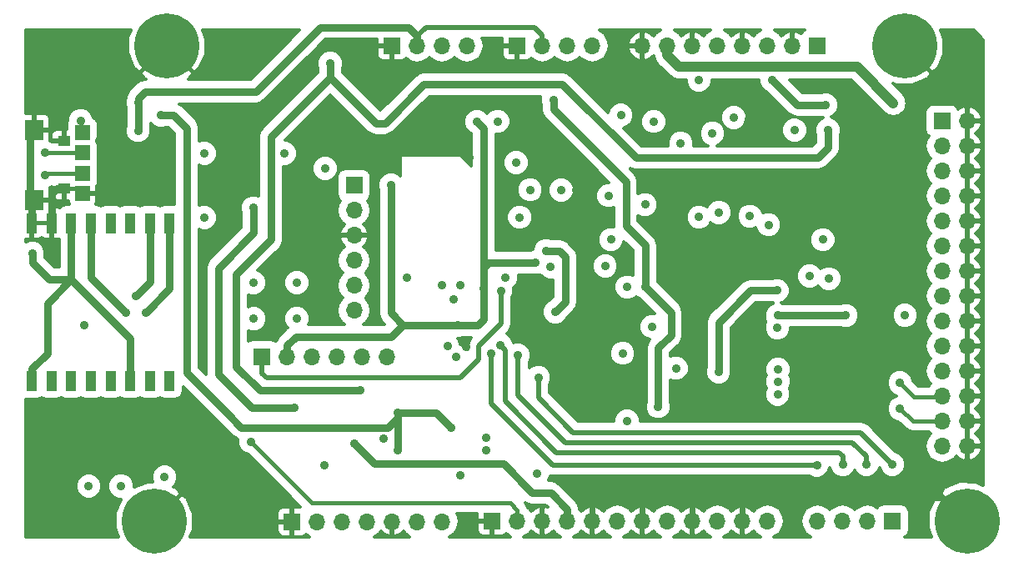
<source format=gbl>
G04 #@! TF.FileFunction,Copper,L4,Bot,Signal*
%FSLAX46Y46*%
G04 Gerber Fmt 4.6, Leading zero omitted, Abs format (unit mm)*
G04 Created by KiCad (PCBNEW 4.0.7-e2-6376~58~ubuntu16.04.1) date Sat Dec 22 19:06:59 2018*
%MOMM*%
%LPD*%
G01*
G04 APERTURE LIST*
%ADD10C,0.100000*%
%ADD11C,6.600000*%
%ADD12R,1.250000X1.050000*%
%ADD13R,1.900000X2.000000*%
%ADD14R,1.000000X2.000000*%
%ADD15R,1.700000X1.700000*%
%ADD16O,1.700000X1.700000*%
%ADD17R,1.500000X1.500000*%
%ADD18C,0.914400*%
%ADD19C,0.762000*%
%ADD20C,0.406400*%
%ADD21C,0.508000*%
%ADD22C,0.254000*%
%ADD23C,1.016000*%
%ADD24C,0.351000*%
G04 APERTURE END LIST*
D10*
D11*
X104880000Y-111020000D03*
X106150000Y-62770000D03*
D12*
X95700000Y-72425000D03*
X95700000Y-77275000D03*
D13*
X92700000Y-71293750D03*
X92700000Y-78406250D03*
D14*
X106440000Y-96770000D03*
X104440000Y-96770000D03*
X102440000Y-96770000D03*
X100440000Y-96770000D03*
X98440000Y-96770000D03*
X96440000Y-96770000D03*
X94440000Y-96770000D03*
X92440000Y-96770000D03*
X92440000Y-80770000D03*
X94440000Y-80770000D03*
X96440000Y-80770000D03*
X98440000Y-80770000D03*
X100440000Y-80770000D03*
X102440000Y-80770000D03*
X104440000Y-80770000D03*
X106440000Y-80770000D03*
D15*
X129030000Y-62790000D03*
D16*
X131570000Y-62790000D03*
X134110000Y-62790000D03*
X136650000Y-62790000D03*
D17*
X97600000Y-77750000D03*
X97600000Y-71600000D03*
X97600000Y-75700000D03*
X97600000Y-73650000D03*
D15*
X141740000Y-62780000D03*
D16*
X144280000Y-62780000D03*
X146820000Y-62780000D03*
X149360000Y-62780000D03*
D15*
X179840000Y-111040000D03*
D16*
X177300000Y-111040000D03*
X174760000Y-111040000D03*
X172220000Y-111040000D03*
D15*
X139200000Y-111040000D03*
D16*
X141740000Y-111040000D03*
X144280000Y-111040000D03*
X146820000Y-111040000D03*
X149360000Y-111040000D03*
X151900000Y-111040000D03*
X154440000Y-111040000D03*
X156980000Y-111040000D03*
X159520000Y-111040000D03*
X162060000Y-111040000D03*
X164600000Y-111040000D03*
X167140000Y-111040000D03*
D15*
X184890000Y-70410000D03*
D16*
X187430000Y-70410000D03*
X184890000Y-72950000D03*
X187430000Y-72950000D03*
X184890000Y-75490000D03*
X187430000Y-75490000D03*
X184890000Y-78030000D03*
X187430000Y-78030000D03*
X184890000Y-80570000D03*
X187430000Y-80570000D03*
X184890000Y-83110000D03*
X187430000Y-83110000D03*
X184890000Y-85650000D03*
X187430000Y-85650000D03*
X184890000Y-88190000D03*
X187430000Y-88190000D03*
X184890000Y-90730000D03*
X187430000Y-90730000D03*
X184890000Y-93270000D03*
X187430000Y-93270000D03*
X184890000Y-95810000D03*
X187430000Y-95810000D03*
X184890000Y-98350000D03*
X187430000Y-98350000D03*
X184890000Y-100890000D03*
X187430000Y-100890000D03*
X184890000Y-103430000D03*
X187430000Y-103430000D03*
D15*
X115820000Y-94340000D03*
D16*
X118360000Y-94340000D03*
X120900000Y-94340000D03*
X123440000Y-94340000D03*
X125980000Y-94340000D03*
X128520000Y-94340000D03*
D15*
X125170000Y-76950000D03*
D16*
X125170000Y-79490000D03*
X125170000Y-82030000D03*
X125170000Y-84570000D03*
X125170000Y-87110000D03*
X125170000Y-89650000D03*
D15*
X118880000Y-111090000D03*
D16*
X121420000Y-111090000D03*
X123960000Y-111090000D03*
X126500000Y-111090000D03*
X129040000Y-111090000D03*
X131580000Y-111090000D03*
X134120000Y-111090000D03*
D15*
X172220000Y-62770000D03*
D16*
X169680000Y-62770000D03*
X167140000Y-62770000D03*
X164600000Y-62770000D03*
X162060000Y-62770000D03*
X159520000Y-62770000D03*
X156980000Y-62770000D03*
X154440000Y-62770000D03*
D11*
X187420000Y-111010000D03*
X181090000Y-62780000D03*
D18*
X109840000Y-81850000D03*
X94740000Y-107470000D03*
X127740000Y-74940000D03*
X103290000Y-99460000D03*
X162760000Y-100480000D03*
X127630000Y-68730000D03*
X136570000Y-93300000D03*
X136850000Y-74110000D03*
X99250000Y-72410000D03*
X156910000Y-82700000D03*
X150740000Y-89920000D03*
X156230000Y-78410000D03*
X170370000Y-93540000D03*
X147760000Y-77420000D03*
X115380000Y-70620000D03*
X155310000Y-72590000D03*
X159010000Y-67910000D03*
X174350000Y-92650000D03*
X105540000Y-69800000D03*
X135050000Y-101580000D03*
X129590000Y-103850000D03*
X129590000Y-100040000D03*
X97730000Y-91140000D03*
X137610000Y-70490000D03*
X92490000Y-83830000D03*
X96450000Y-86500000D03*
X103230000Y-71390000D03*
X103250000Y-68510000D03*
X128900000Y-76910000D03*
X138300000Y-87420000D03*
X135660000Y-91120000D03*
X143600000Y-84760000D03*
X144640000Y-83590000D03*
X141630000Y-74640000D03*
X168200000Y-95610000D03*
X145600000Y-89800000D03*
X152890000Y-100890000D03*
X98230000Y-107470000D03*
X114970000Y-79230000D03*
X160190000Y-66250000D03*
X163700000Y-70050000D03*
X119100000Y-99560000D03*
X101510000Y-107460000D03*
X173290000Y-71320000D03*
X122750000Y-64530000D03*
X125780000Y-97760000D03*
X93770000Y-73650000D03*
X168200000Y-96860000D03*
X135270000Y-88530000D03*
X152250000Y-69800000D03*
X134060000Y-87080000D03*
X135960000Y-87060000D03*
X155600000Y-70450000D03*
X130560000Y-86320000D03*
X181100000Y-90140000D03*
X168170000Y-98150000D03*
X139070000Y-94010000D03*
X172150000Y-105350000D03*
X140010000Y-93130000D03*
X174790000Y-105310000D03*
X177210000Y-105260000D03*
X141830000Y-94180000D03*
X179830000Y-105280000D03*
X143880000Y-96440000D03*
X161550000Y-71640000D03*
X179930000Y-68600000D03*
X119360000Y-90440000D03*
X104050000Y-89840000D03*
X119360000Y-86820000D03*
X103010000Y-88150000D03*
X109960000Y-80210000D03*
X118080000Y-73690000D03*
X109950000Y-73690000D03*
X145390000Y-68240000D03*
X156050000Y-99410000D03*
X154720000Y-87230000D03*
X122240000Y-75210000D03*
X162170000Y-95860000D03*
X162210000Y-79690000D03*
X168120000Y-87620000D03*
X168150000Y-91410000D03*
X146200000Y-77420000D03*
X157890000Y-95500000D03*
X167620000Y-66240000D03*
X173060000Y-68780000D03*
X145130000Y-85220000D03*
X173370000Y-86430000D03*
X140550000Y-86300000D03*
X165360000Y-80070000D03*
X169900000Y-71320000D03*
X158330000Y-72660000D03*
X135980000Y-106400000D03*
X105930000Y-106550000D03*
X93770000Y-75910000D03*
X167250000Y-80940000D03*
X172760000Y-82460000D03*
X171440000Y-86130000D03*
X155420000Y-91290000D03*
X151240000Y-82460000D03*
X154710000Y-78900000D03*
X152890000Y-87270000D03*
X175100000Y-90150000D03*
X168170000Y-90160000D03*
X160190000Y-80170000D03*
X150660000Y-85140000D03*
X114680000Y-102950000D03*
X138570000Y-102580000D03*
X122130000Y-105380000D03*
X125210000Y-103170000D03*
X151020000Y-77990000D03*
X97410000Y-70360000D03*
X152430000Y-93990000D03*
X139750000Y-70440000D03*
X140070000Y-87630000D03*
X138580000Y-103850000D03*
X143750000Y-106220000D03*
X128180000Y-102670000D03*
X180600000Y-97000000D03*
X180600000Y-99600000D03*
X143040000Y-77390000D03*
X141980000Y-80180000D03*
X134650000Y-93250000D03*
X114990000Y-86830000D03*
X135550000Y-94350000D03*
X114990000Y-90480000D03*
X102020000Y-89860000D03*
D19*
X94440000Y-80770000D02*
X94440000Y-77760000D01*
X94440000Y-77760000D02*
X94980000Y-77220000D01*
X94980000Y-77220000D02*
X95700000Y-77220000D01*
X95700000Y-77220000D02*
X95700000Y-77275000D01*
X92700000Y-78406250D02*
X92220000Y-77926250D01*
X92220000Y-77926250D02*
X92220000Y-71293750D01*
X92220000Y-71293750D02*
X92700000Y-71293750D01*
X92440000Y-80770000D02*
X92440000Y-78406250D01*
X92440000Y-78406250D02*
X92700000Y-78406250D01*
D20*
X96050000Y-77285000D02*
X97600000Y-77275000D01*
X97600000Y-77275000D02*
X97600000Y-77750000D01*
X95700000Y-77275000D02*
X96050000Y-77285000D01*
X94740000Y-107470000D02*
X94730000Y-107480000D01*
D21*
X129030000Y-62790000D02*
X129030000Y-64210000D01*
X141740000Y-64370000D02*
X141740000Y-62780000D01*
X140980000Y-65130000D02*
X141740000Y-64370000D01*
X129950000Y-65130000D02*
X140980000Y-65130000D01*
X129030000Y-64210000D02*
X129950000Y-65130000D01*
D20*
X103290000Y-99460000D02*
X103300000Y-99460000D01*
D21*
X185150000Y-108740000D02*
X187420000Y-111010000D01*
D19*
X92860000Y-78510000D02*
X92700000Y-78350000D01*
X104880000Y-111020000D02*
X104880000Y-110950000D01*
X99240000Y-72400000D02*
X99250000Y-72410000D01*
D21*
X99240000Y-72400000D02*
X99250000Y-72410000D01*
D20*
X99250000Y-72410000D02*
X99240000Y-72400000D01*
D21*
X164090000Y-108740000D02*
X185150000Y-108740000D01*
X149430000Y-111030000D02*
X149430000Y-109400000D01*
X149430000Y-109400000D02*
X150090000Y-108740000D01*
X150090000Y-108740000D02*
X153830000Y-108740000D01*
X153830000Y-108740000D02*
X154510000Y-109420000D01*
X155190000Y-108740000D02*
X154510000Y-109420000D01*
X158970000Y-108740000D02*
X155190000Y-108740000D01*
X154510000Y-109420000D02*
X154510000Y-111030000D01*
X159590000Y-109360000D02*
X158970000Y-108740000D01*
X159590000Y-111030000D02*
X159590000Y-109360000D01*
X160210000Y-108740000D02*
X159590000Y-109360000D01*
X164670000Y-111030000D02*
X164670000Y-109320000D01*
X164670000Y-109320000D02*
X164090000Y-108740000D01*
X164090000Y-108740000D02*
X160210000Y-108740000D01*
X164670000Y-109320000D02*
X164090000Y-108740000D01*
D19*
X129590000Y-100040000D02*
X129590000Y-100550000D01*
X113720000Y-101530000D02*
X112230000Y-100040000D01*
X128610000Y-101530000D02*
X113720000Y-101530000D01*
X129590000Y-100550000D02*
X128610000Y-101530000D01*
X105540000Y-69800000D02*
X106860000Y-69800000D01*
X108190000Y-71130000D02*
X108190000Y-96000000D01*
X108190000Y-96000000D02*
X112230000Y-100040000D01*
X106860000Y-69800000D02*
X108190000Y-71130000D01*
X129590000Y-103850000D02*
X129590000Y-100040000D01*
X129590000Y-100040000D02*
X133510000Y-100040000D01*
X133510000Y-100040000D02*
X135050000Y-101580000D01*
X103250000Y-68510000D02*
X103250000Y-71370000D01*
X103250000Y-71370000D02*
X103230000Y-71390000D01*
X103250000Y-68510000D02*
X103250000Y-68140000D01*
X130700000Y-60880000D02*
X131570000Y-61750000D01*
X121730000Y-60880000D02*
X130700000Y-60880000D01*
X115180000Y-67430000D02*
X121730000Y-60880000D01*
X103960000Y-67430000D02*
X115180000Y-67430000D01*
X103250000Y-68140000D02*
X103960000Y-67430000D01*
X131570000Y-61750000D02*
X131570000Y-62790000D01*
D21*
X131570000Y-62790000D02*
X131570000Y-61750000D01*
X144280000Y-61660000D02*
X144280000Y-62780000D01*
X131570000Y-61750000D02*
X132440000Y-60880000D01*
X132440000Y-60880000D02*
X143500000Y-60880000D01*
X143500000Y-60880000D02*
X144280000Y-61660000D01*
D19*
X118360000Y-93200000D02*
X118360000Y-94340000D01*
X96450000Y-86500000D02*
X94190000Y-86500000D01*
X94190000Y-86500000D02*
X92500000Y-84810000D01*
X92500000Y-84810000D02*
X92490000Y-83830000D01*
X95850000Y-86500000D02*
X96450000Y-86500000D01*
D20*
X95850000Y-86500000D02*
X96450000Y-86500000D01*
D19*
X96450000Y-86500000D02*
X96450000Y-86500000D01*
X102440000Y-96770000D02*
X102440000Y-92490000D01*
X102440000Y-92490000D02*
X96450000Y-86500000D01*
X92440000Y-96770000D02*
X92440000Y-95560000D01*
X92440000Y-95560000D02*
X94020000Y-93980000D01*
X94020000Y-93980000D02*
X94020000Y-88930000D01*
X94020000Y-88930000D02*
X96450000Y-86500000D01*
X96440000Y-80770000D02*
X96440000Y-86490000D01*
X96440000Y-86490000D02*
X96450000Y-86500000D01*
X103250000Y-71370000D02*
X103230000Y-71390000D01*
D21*
X103250000Y-71370000D02*
X103230000Y-71390000D01*
D22*
X103230000Y-71390000D02*
X103250000Y-71370000D01*
D19*
X119250000Y-92310000D02*
X118360000Y-93200000D01*
X128930000Y-92310000D02*
X119250000Y-92310000D01*
X138300000Y-71180000D02*
X137610000Y-70490000D01*
X137700000Y-91120000D02*
X138300000Y-90520000D01*
X128900000Y-89900000D02*
X130120000Y-91120000D01*
X135660000Y-91120000D02*
X130120000Y-91120000D01*
X130120000Y-91120000D02*
X128930000Y-92310000D01*
X135660000Y-91120000D02*
X137700000Y-91120000D01*
X128900000Y-76910000D02*
X128900000Y-89900000D01*
X138300000Y-83790000D02*
X138300000Y-71180000D01*
X138300000Y-85260000D02*
X138300000Y-83790000D01*
X138300000Y-87420000D02*
X138300000Y-85260000D01*
X138300000Y-90520000D02*
X138300000Y-87420000D01*
X138800000Y-84760000D02*
X138300000Y-85260000D01*
X143600000Y-84760000D02*
X138800000Y-84760000D01*
X144640000Y-83590000D02*
X146000000Y-83590000D01*
X146000000Y-83590000D02*
X146610000Y-84200000D01*
X146610000Y-84200000D02*
X146610000Y-88790000D01*
X146610000Y-88790000D02*
X145600000Y-89800000D01*
X114800000Y-99560000D02*
X111370000Y-96130000D01*
X114970000Y-79230000D02*
X114970000Y-81750000D01*
X114970000Y-81750000D02*
X111370000Y-85350000D01*
X111370000Y-96130000D02*
X111370000Y-85350000D01*
X119100000Y-99560000D02*
X114800000Y-99560000D01*
X115610000Y-97760000D02*
X113210000Y-95360000D01*
X116740000Y-79780000D02*
X116740000Y-82450000D01*
X113210000Y-85980000D02*
X113210000Y-86590000D01*
X116740000Y-82450000D02*
X113210000Y-85980000D01*
X125780000Y-97760000D02*
X115610000Y-97760000D01*
X113210000Y-95360000D02*
X113210000Y-86590000D01*
X122750000Y-64530000D02*
X122750000Y-65990000D01*
X122750000Y-65990000D02*
X127390000Y-70630000D01*
X127390000Y-70630000D02*
X128310000Y-70630000D01*
X173290000Y-73090000D02*
X173290000Y-71320000D01*
X172230000Y-74150000D02*
X173290000Y-73090000D01*
X153780000Y-74150000D02*
X172230000Y-74150000D01*
X146315000Y-66685000D02*
X153780000Y-74150000D01*
X132255000Y-66685000D02*
X146315000Y-66685000D01*
X128310000Y-70630000D02*
X132255000Y-66685000D01*
X116740000Y-72000000D02*
X122750000Y-65990000D01*
X116740000Y-79780000D02*
X116740000Y-72000000D01*
D20*
X97600000Y-73650000D02*
X93770000Y-73650000D01*
X146730000Y-62780000D02*
X146760000Y-62780000D01*
D21*
X172150000Y-105350000D02*
X145360000Y-105350000D01*
X145360000Y-105350000D02*
X145085000Y-105075000D01*
X139070000Y-94010000D02*
X139070000Y-99060000D01*
X139070000Y-99060000D02*
X145085000Y-105075000D01*
X174790000Y-105310000D02*
X174790000Y-104420000D01*
X174790000Y-104420000D02*
X174421602Y-104051602D01*
D20*
X174790000Y-104420000D02*
X174421602Y-104051602D01*
D21*
X140010000Y-93130000D02*
X140010000Y-93160000D01*
X145701602Y-104051602D02*
X174421602Y-104051602D01*
X140510000Y-98860000D02*
X145701602Y-104051602D01*
X140510000Y-93660000D02*
X140510000Y-98860000D01*
X140010000Y-93160000D02*
X140510000Y-93660000D01*
X177210000Y-105260000D02*
X177210000Y-104470000D01*
X146630000Y-103040000D02*
X175780000Y-103040000D01*
X141830000Y-98240000D02*
X146630000Y-103040000D01*
X141830000Y-94180000D02*
X141830000Y-98240000D01*
X177210000Y-104470000D02*
X175780000Y-103040000D01*
X176620000Y-102070000D02*
X176620000Y-102040000D01*
X179830000Y-105280000D02*
X176620000Y-102070000D01*
X143880000Y-96440000D02*
X143880000Y-98500000D01*
X147420000Y-102040000D02*
X176620000Y-102040000D01*
X143880000Y-98500000D02*
X147420000Y-102040000D01*
D23*
X156980000Y-62770000D02*
X156980000Y-63710000D01*
X156980000Y-63710000D02*
X158150000Y-64880000D01*
X158150000Y-64880000D02*
X176210000Y-64880000D01*
X176210000Y-64880000D02*
X179930000Y-68600000D01*
D19*
X106440000Y-87450000D02*
X104050000Y-89840000D01*
X106440000Y-87450000D02*
X106440000Y-80770000D01*
X104440000Y-86720000D02*
X103010000Y-88150000D01*
X104440000Y-86720000D02*
X104440000Y-80770000D01*
X145390000Y-68240000D02*
X145390000Y-69210000D01*
X154720000Y-83040000D02*
X154720000Y-87230000D01*
X152760000Y-81080000D02*
X154720000Y-83040000D01*
X152760000Y-76580000D02*
X152760000Y-81080000D01*
X145390000Y-69210000D02*
X152760000Y-76580000D01*
X156050000Y-99410000D02*
X156050000Y-93450000D01*
X157340000Y-89850000D02*
X154720000Y-87230000D01*
X157340000Y-92160000D02*
X157340000Y-89850000D01*
X156050000Y-93450000D02*
X157340000Y-92160000D01*
X162170000Y-95860000D02*
X162170000Y-90880000D01*
X162170000Y-90880000D02*
X165430000Y-87620000D01*
X165430000Y-87620000D02*
X168120000Y-87620000D01*
X167620000Y-66240000D02*
X170140000Y-68760000D01*
X173060000Y-68760000D02*
X173060000Y-68780000D01*
X170140000Y-68760000D02*
X173060000Y-68760000D01*
D20*
X97600000Y-75700000D02*
X95440000Y-75700000D01*
X95440000Y-75700000D02*
X97600000Y-75700000D01*
X97600000Y-75700000D02*
X93770000Y-75700000D01*
X93770000Y-75700000D02*
X93770000Y-75910000D01*
D19*
X168170000Y-90160000D02*
X175090000Y-90160000D01*
X175090000Y-90160000D02*
X175100000Y-90150000D01*
D20*
X141740000Y-111040000D02*
X141740000Y-109900000D01*
X114680000Y-103000000D02*
X114680000Y-102950000D01*
X120880000Y-109200000D02*
X114680000Y-103000000D01*
X141040000Y-109200000D02*
X120880000Y-109200000D01*
X141740000Y-109900000D02*
X141040000Y-109200000D01*
D19*
X141750000Y-111040000D02*
X141740000Y-111040000D01*
X125210000Y-103170000D02*
X127260000Y-105220000D01*
X127260000Y-105220000D02*
X129920000Y-105220000D01*
X142975000Y-107885000D02*
X143260000Y-108170000D01*
X140310000Y-105220000D02*
X129920000Y-105220000D01*
X140310000Y-105220000D02*
X142975000Y-107885000D01*
X143260000Y-108170000D02*
X145140000Y-108170000D01*
X145140000Y-108170000D02*
X146820000Y-109850000D01*
X146820000Y-109850000D02*
X146820000Y-111040000D01*
X143260000Y-108170000D02*
X145140000Y-108170000D01*
X146820000Y-111040000D02*
X146820000Y-109850000D01*
X146820000Y-109850000D02*
X145140000Y-108170000D01*
D20*
X97410000Y-70360000D02*
X97410000Y-71600000D01*
X97410000Y-71600000D02*
X97600000Y-71600000D01*
X97690000Y-71600000D02*
X97600000Y-71600000D01*
D21*
X140070000Y-87630000D02*
X140070000Y-90980000D01*
X140070000Y-90980000D02*
X137820000Y-93230000D01*
X137820000Y-93230000D02*
X137820000Y-94630000D01*
X137820000Y-94630000D02*
X135980000Y-96470000D01*
X115820000Y-96020000D02*
X115820000Y-94340000D01*
X116270000Y-96470000D02*
X115820000Y-96020000D01*
X135980000Y-96470000D02*
X116270000Y-96470000D01*
D20*
X182000000Y-98400000D02*
X184840000Y-98400000D01*
X180600000Y-97000000D02*
X182000000Y-98400000D01*
X184840000Y-98400000D02*
X184890000Y-98350000D01*
X181890000Y-100890000D02*
X184890000Y-100890000D01*
X180600000Y-99600000D02*
X181890000Y-100890000D01*
D19*
X98440000Y-80770000D02*
X98440000Y-86280000D01*
X98440000Y-86280000D02*
X102020000Y-89860000D01*
D24*
G36*
X137666500Y-110790625D02*
X137837375Y-110961500D01*
X139121500Y-110961500D01*
X139121500Y-110941500D01*
X139278500Y-110941500D01*
X139278500Y-110961500D01*
X139298500Y-110961500D01*
X139298500Y-111118500D01*
X139278500Y-111118500D01*
X139278500Y-112402625D01*
X139449375Y-112573500D01*
X140185956Y-112573500D01*
X140437171Y-112469444D01*
X140575523Y-112331092D01*
X141059537Y-112654500D01*
X134875293Y-112654500D01*
X135340113Y-112343918D01*
X135714154Y-111784125D01*
X135812566Y-111289375D01*
X137666500Y-111289375D01*
X137666500Y-112025957D01*
X137770557Y-112277172D01*
X137962829Y-112469444D01*
X138214044Y-112573500D01*
X138950625Y-112573500D01*
X139121500Y-112402625D01*
X139121500Y-111118500D01*
X137837375Y-111118500D01*
X137666500Y-111289375D01*
X135812566Y-111289375D01*
X135845500Y-111123805D01*
X135845500Y-111056195D01*
X135714154Y-110395875D01*
X135635860Y-110278700D01*
X137666500Y-110278700D01*
X137666500Y-110790625D01*
X137666500Y-110790625D01*
G37*
X137666500Y-110790625D02*
X137837375Y-110961500D01*
X139121500Y-110961500D01*
X139121500Y-110941500D01*
X139278500Y-110941500D01*
X139278500Y-110961500D01*
X139298500Y-110961500D01*
X139298500Y-111118500D01*
X139278500Y-111118500D01*
X139278500Y-112402625D01*
X139449375Y-112573500D01*
X140185956Y-112573500D01*
X140437171Y-112469444D01*
X140575523Y-112331092D01*
X141059537Y-112654500D01*
X134875293Y-112654500D01*
X135340113Y-112343918D01*
X135714154Y-111784125D01*
X135812566Y-111289375D01*
X137666500Y-111289375D01*
X137666500Y-112025957D01*
X137770557Y-112277172D01*
X137962829Y-112469444D01*
X138214044Y-112573500D01*
X138950625Y-112573500D01*
X139121500Y-112402625D01*
X139121500Y-111118500D01*
X137837375Y-111118500D01*
X137666500Y-111289375D01*
X135812566Y-111289375D01*
X135845500Y-111123805D01*
X135845500Y-111056195D01*
X135714154Y-110395875D01*
X135635860Y-110278700D01*
X137666500Y-110278700D01*
X137666500Y-110790625D01*
G36*
X189044500Y-62173355D02*
X189044500Y-107372674D01*
X188291640Y-107043092D01*
X186707220Y-107011493D01*
X185231315Y-107588630D01*
X185096640Y-107678617D01*
X184724952Y-108203936D01*
X187420000Y-110898984D01*
X187434142Y-110884842D01*
X187545158Y-110995858D01*
X187531016Y-111010000D01*
X187545158Y-111024142D01*
X187434142Y-111135158D01*
X187420000Y-111121016D01*
X187405858Y-111135158D01*
X187294842Y-111024142D01*
X187308984Y-111010000D01*
X184613936Y-108314952D01*
X184088617Y-108686640D01*
X183453092Y-110138360D01*
X183421493Y-111722780D01*
X183785832Y-112654500D01*
X181118724Y-112654500D01*
X181312420Y-112529860D01*
X181512324Y-112237292D01*
X181582652Y-111890000D01*
X181582652Y-110190000D01*
X181521604Y-109865559D01*
X181329860Y-109567580D01*
X181037292Y-109367676D01*
X180690000Y-109297348D01*
X178990000Y-109297348D01*
X178665559Y-109358396D01*
X178367580Y-109550140D01*
X178304709Y-109642154D01*
X177960320Y-109412041D01*
X177300000Y-109280695D01*
X176639680Y-109412041D01*
X176079887Y-109786082D01*
X176030000Y-109860743D01*
X175980113Y-109786082D01*
X175420320Y-109412041D01*
X174760000Y-109280695D01*
X174099680Y-109412041D01*
X173539887Y-109786082D01*
X173490000Y-109860743D01*
X173440113Y-109786082D01*
X172880320Y-109412041D01*
X172220000Y-109280695D01*
X171559680Y-109412041D01*
X170999887Y-109786082D01*
X170625846Y-110345875D01*
X170494500Y-111006195D01*
X170494500Y-111073805D01*
X170625846Y-111734125D01*
X170999887Y-112293918D01*
X171539537Y-112654500D01*
X167820463Y-112654500D01*
X168360113Y-112293918D01*
X168734154Y-111734125D01*
X168865500Y-111073805D01*
X168865500Y-111006195D01*
X168734154Y-110345875D01*
X168360113Y-109786082D01*
X167800320Y-109412041D01*
X167140000Y-109280695D01*
X166479680Y-109412041D01*
X165919887Y-109786082D01*
X165741735Y-110052706D01*
X165436682Y-109754854D01*
X164917111Y-109539646D01*
X164678500Y-109679638D01*
X164678500Y-110961500D01*
X164698500Y-110961500D01*
X164698500Y-111118500D01*
X164678500Y-111118500D01*
X164678500Y-112400362D01*
X164917111Y-112540354D01*
X165436682Y-112325146D01*
X165741735Y-112027294D01*
X165919887Y-112293918D01*
X166459537Y-112654500D01*
X162740463Y-112654500D01*
X163280113Y-112293918D01*
X163458265Y-112027294D01*
X163763318Y-112325146D01*
X164282889Y-112540354D01*
X164521500Y-112400362D01*
X164521500Y-111118500D01*
X164501500Y-111118500D01*
X164501500Y-110961500D01*
X164521500Y-110961500D01*
X164521500Y-109679638D01*
X164282889Y-109539646D01*
X163763318Y-109754854D01*
X163458265Y-110052706D01*
X163280113Y-109786082D01*
X162720320Y-109412041D01*
X162060000Y-109280695D01*
X161399680Y-109412041D01*
X160839887Y-109786082D01*
X160661735Y-110052706D01*
X160356682Y-109754854D01*
X159837111Y-109539646D01*
X159598500Y-109679638D01*
X159598500Y-110961500D01*
X159618500Y-110961500D01*
X159618500Y-111118500D01*
X159598500Y-111118500D01*
X159598500Y-112400362D01*
X159837111Y-112540354D01*
X160356682Y-112325146D01*
X160661735Y-112027294D01*
X160839887Y-112293918D01*
X161379537Y-112654500D01*
X157660463Y-112654500D01*
X158200113Y-112293918D01*
X158378265Y-112027294D01*
X158683318Y-112325146D01*
X159202889Y-112540354D01*
X159441500Y-112400362D01*
X159441500Y-111118500D01*
X159421500Y-111118500D01*
X159421500Y-110961500D01*
X159441500Y-110961500D01*
X159441500Y-109679638D01*
X159202889Y-109539646D01*
X158683318Y-109754854D01*
X158378265Y-110052706D01*
X158200113Y-109786082D01*
X157640320Y-109412041D01*
X156980000Y-109280695D01*
X156319680Y-109412041D01*
X155759887Y-109786082D01*
X155581735Y-110052706D01*
X155276682Y-109754854D01*
X154757111Y-109539646D01*
X154518500Y-109679638D01*
X154518500Y-110961500D01*
X154538500Y-110961500D01*
X154538500Y-111118500D01*
X154518500Y-111118500D01*
X154518500Y-112400362D01*
X154757111Y-112540354D01*
X155276682Y-112325146D01*
X155581735Y-112027294D01*
X155759887Y-112293918D01*
X156299537Y-112654500D01*
X152580463Y-112654500D01*
X153120113Y-112293918D01*
X153298265Y-112027294D01*
X153603318Y-112325146D01*
X154122889Y-112540354D01*
X154361500Y-112400362D01*
X154361500Y-111118500D01*
X154341500Y-111118500D01*
X154341500Y-110961500D01*
X154361500Y-110961500D01*
X154361500Y-109679638D01*
X154122889Y-109539646D01*
X153603318Y-109754854D01*
X153298265Y-110052706D01*
X153120113Y-109786082D01*
X152560320Y-109412041D01*
X151900000Y-109280695D01*
X151239680Y-109412041D01*
X150679887Y-109786082D01*
X150501735Y-110052706D01*
X150196682Y-109754854D01*
X149677111Y-109539646D01*
X149438500Y-109679638D01*
X149438500Y-110961500D01*
X149458500Y-110961500D01*
X149458500Y-111118500D01*
X149438500Y-111118500D01*
X149438500Y-112400362D01*
X149677111Y-112540354D01*
X150196682Y-112325146D01*
X150501735Y-112027294D01*
X150679887Y-112293918D01*
X151219537Y-112654500D01*
X147500463Y-112654500D01*
X148040113Y-112293918D01*
X148218265Y-112027294D01*
X148523318Y-112325146D01*
X149042889Y-112540354D01*
X149281500Y-112400362D01*
X149281500Y-111118500D01*
X149261500Y-111118500D01*
X149261500Y-110961500D01*
X149281500Y-110961500D01*
X149281500Y-109679638D01*
X149042889Y-109539646D01*
X148523318Y-109754854D01*
X148218265Y-110052706D01*
X148073822Y-109836531D01*
X147980855Y-109369158D01*
X147708480Y-108961520D01*
X146028480Y-107281520D01*
X145620842Y-107009145D01*
X145140000Y-106913500D01*
X144905059Y-106913500D01*
X145082468Y-106486253D01*
X145082522Y-106424306D01*
X145360000Y-106479500D01*
X171394946Y-106479500D01*
X171883747Y-106682468D01*
X172413927Y-106682931D01*
X172903928Y-106480467D01*
X173279149Y-106105899D01*
X173478503Y-105625802D01*
X173659533Y-106063928D01*
X174034101Y-106439149D01*
X174523747Y-106642468D01*
X175053927Y-106642931D01*
X175543928Y-106440467D01*
X175919149Y-106065899D01*
X176010303Y-105846377D01*
X176079533Y-106013928D01*
X176454101Y-106389149D01*
X176943747Y-106592468D01*
X177473927Y-106592931D01*
X177963928Y-106390467D01*
X178339149Y-106015899D01*
X178516052Y-105589870D01*
X178699533Y-106033928D01*
X179074101Y-106409149D01*
X179563747Y-106612468D01*
X180093927Y-106612931D01*
X180583928Y-106410467D01*
X180959149Y-106035899D01*
X181162468Y-105546253D01*
X181162931Y-105016073D01*
X180960467Y-104526072D01*
X180585899Y-104150851D01*
X180096253Y-103947532D01*
X180094885Y-103947531D01*
X177479087Y-101331733D01*
X177418677Y-101241323D01*
X177052241Y-100996478D01*
X176620000Y-100910500D01*
X154222683Y-100910500D01*
X154222931Y-100626073D01*
X154020467Y-100136072D01*
X153645899Y-99760851D01*
X153156253Y-99557532D01*
X152626073Y-99557069D01*
X152136072Y-99759533D01*
X151760851Y-100134101D01*
X151557532Y-100623747D01*
X151557282Y-100910500D01*
X147887854Y-100910500D01*
X145009500Y-98032146D01*
X145009500Y-97195054D01*
X145212468Y-96706253D01*
X145212931Y-96176073D01*
X145010467Y-95686072D01*
X144635899Y-95310851D01*
X144146253Y-95107532D01*
X143616073Y-95107069D01*
X143126072Y-95309533D01*
X142959500Y-95475815D01*
X142959500Y-94935054D01*
X143162468Y-94446253D01*
X143162635Y-94253927D01*
X151097069Y-94253927D01*
X151299533Y-94743928D01*
X151674101Y-95119149D01*
X152163747Y-95322468D01*
X152693927Y-95322931D01*
X153183928Y-95120467D01*
X153559149Y-94745899D01*
X153762468Y-94256253D01*
X153762931Y-93726073D01*
X153560467Y-93236072D01*
X153185899Y-92860851D01*
X152696253Y-92657532D01*
X152166073Y-92657069D01*
X151676072Y-92859533D01*
X151300851Y-93234101D01*
X151097532Y-93723747D01*
X151097069Y-94253927D01*
X143162635Y-94253927D01*
X143162931Y-93916073D01*
X142960467Y-93426072D01*
X142585899Y-93050851D01*
X142096253Y-92847532D01*
X141566073Y-92847069D01*
X141356902Y-92933497D01*
X141342890Y-92912527D01*
X141342931Y-92866073D01*
X141140467Y-92376072D01*
X140765899Y-92000851D01*
X140681534Y-91965820D01*
X140868677Y-91778677D01*
X141113522Y-91412241D01*
X141199500Y-90980000D01*
X141199500Y-88385054D01*
X141402468Y-87896253D01*
X141402931Y-87366073D01*
X141392857Y-87341693D01*
X141679149Y-87055899D01*
X141882468Y-86566253D01*
X141882931Y-86036073D01*
X141874844Y-86016500D01*
X143150796Y-86016500D01*
X143333747Y-86092468D01*
X143863927Y-86092931D01*
X144044038Y-86018511D01*
X144374101Y-86349149D01*
X144863747Y-86552468D01*
X145353500Y-86552896D01*
X145353500Y-88269541D01*
X145029156Y-88593884D01*
X144846072Y-88669533D01*
X144470851Y-89044101D01*
X144267532Y-89533747D01*
X144267069Y-90063927D01*
X144469533Y-90553928D01*
X144844101Y-90929149D01*
X145333747Y-91132468D01*
X145863927Y-91132931D01*
X146353928Y-90930467D01*
X146729149Y-90555899D01*
X146805902Y-90371058D01*
X147498477Y-89678482D01*
X147498480Y-89678480D01*
X147770855Y-89270842D01*
X147795475Y-89147069D01*
X147866501Y-88790000D01*
X147866500Y-88789995D01*
X147866500Y-85403927D01*
X149327069Y-85403927D01*
X149529533Y-85893928D01*
X149904101Y-86269149D01*
X150393747Y-86472468D01*
X150923927Y-86472931D01*
X151413928Y-86270467D01*
X151789149Y-85895899D01*
X151992468Y-85406253D01*
X151992931Y-84876073D01*
X151790467Y-84386072D01*
X151415899Y-84010851D01*
X150926253Y-83807532D01*
X150396073Y-83807069D01*
X149906072Y-84009533D01*
X149530851Y-84384101D01*
X149327532Y-84873747D01*
X149327069Y-85403927D01*
X147866500Y-85403927D01*
X147866500Y-84200000D01*
X147770855Y-83719158D01*
X147498480Y-83311520D01*
X147498477Y-83311518D01*
X146888480Y-82701520D01*
X146480842Y-82429145D01*
X146000000Y-82333500D01*
X145089204Y-82333500D01*
X144906253Y-82257532D01*
X144376073Y-82257069D01*
X143886072Y-82459533D01*
X143510851Y-82834101D01*
X143307532Y-83323747D01*
X143307431Y-83438903D01*
X143151096Y-83503500D01*
X139556500Y-83503500D01*
X139556500Y-80443927D01*
X140647069Y-80443927D01*
X140849533Y-80933928D01*
X141224101Y-81309149D01*
X141713747Y-81512468D01*
X142243927Y-81512931D01*
X142733928Y-81310467D01*
X143109149Y-80935899D01*
X143312468Y-80446253D01*
X143312931Y-79916073D01*
X143110467Y-79426072D01*
X142735899Y-79050851D01*
X142246253Y-78847532D01*
X141716073Y-78847069D01*
X141226072Y-79049533D01*
X140850851Y-79424101D01*
X140647532Y-79913747D01*
X140647069Y-80443927D01*
X139556500Y-80443927D01*
X139556500Y-77653927D01*
X141707069Y-77653927D01*
X141909533Y-78143928D01*
X142284101Y-78519149D01*
X142773747Y-78722468D01*
X143303927Y-78722931D01*
X143793928Y-78520467D01*
X144169149Y-78145899D01*
X144360976Y-77683927D01*
X144867069Y-77683927D01*
X145069533Y-78173928D01*
X145444101Y-78549149D01*
X145933747Y-78752468D01*
X146463927Y-78752931D01*
X146953928Y-78550467D01*
X147329149Y-78175899D01*
X147532468Y-77686253D01*
X147532931Y-77156073D01*
X147330467Y-76666072D01*
X146955899Y-76290851D01*
X146466253Y-76087532D01*
X145936073Y-76087069D01*
X145446072Y-76289533D01*
X145070851Y-76664101D01*
X144867532Y-77153747D01*
X144867069Y-77683927D01*
X144360976Y-77683927D01*
X144372468Y-77656253D01*
X144372931Y-77126073D01*
X144170467Y-76636072D01*
X143795899Y-76260851D01*
X143306253Y-76057532D01*
X142776073Y-76057069D01*
X142286072Y-76259533D01*
X141910851Y-76634101D01*
X141707532Y-77123747D01*
X141707069Y-77653927D01*
X139556500Y-77653927D01*
X139556500Y-74903927D01*
X140297069Y-74903927D01*
X140499533Y-75393928D01*
X140874101Y-75769149D01*
X141363747Y-75972468D01*
X141893927Y-75972931D01*
X142383928Y-75770467D01*
X142759149Y-75395899D01*
X142962468Y-74906253D01*
X142962931Y-74376073D01*
X142760467Y-73886072D01*
X142385899Y-73510851D01*
X141896253Y-73307532D01*
X141366073Y-73307069D01*
X140876072Y-73509533D01*
X140500851Y-73884101D01*
X140297532Y-74373747D01*
X140297069Y-74903927D01*
X139556500Y-74903927D01*
X139556500Y-71772532D01*
X140013927Y-71772931D01*
X140503928Y-71570467D01*
X140879149Y-71195899D01*
X141082468Y-70706253D01*
X141082931Y-70176073D01*
X140880467Y-69686072D01*
X140505899Y-69310851D01*
X140016253Y-69107532D01*
X139486073Y-69107069D01*
X138996072Y-69309533D01*
X138654778Y-69650233D01*
X138365899Y-69360851D01*
X137876253Y-69157532D01*
X137346073Y-69157069D01*
X136856072Y-69359533D01*
X136480851Y-69734101D01*
X136277532Y-70223747D01*
X136277069Y-70753927D01*
X136479533Y-71243928D01*
X136854101Y-71619149D01*
X137038942Y-71695902D01*
X137043500Y-71700460D01*
X137043500Y-74955306D01*
X136034097Y-73945903D01*
X135978279Y-73908327D01*
X135910000Y-73894500D01*
X130050000Y-73894500D01*
X129986213Y-73906502D01*
X129927629Y-73944200D01*
X129888327Y-74001721D01*
X129874500Y-74070000D01*
X129874500Y-75999833D01*
X129655899Y-75780851D01*
X129166253Y-75577532D01*
X128636073Y-75577069D01*
X128146072Y-75779533D01*
X127770851Y-76154101D01*
X127567532Y-76643747D01*
X127567069Y-77173927D01*
X127643500Y-77358904D01*
X127643500Y-89900000D01*
X127739145Y-90380842D01*
X128011520Y-90788480D01*
X128276540Y-91053500D01*
X126149459Y-91053500D01*
X126423918Y-90870113D01*
X126797959Y-90310320D01*
X126929305Y-89650000D01*
X126797959Y-88989680D01*
X126423918Y-88429887D01*
X126349257Y-88380000D01*
X126423918Y-88330113D01*
X126797959Y-87770320D01*
X126929305Y-87110000D01*
X126797959Y-86449680D01*
X126423918Y-85889887D01*
X126349257Y-85840000D01*
X126423918Y-85790113D01*
X126797959Y-85230320D01*
X126929305Y-84570000D01*
X126797959Y-83909680D01*
X126423918Y-83349887D01*
X126157294Y-83171735D01*
X126455146Y-82866682D01*
X126670354Y-82347111D01*
X126530362Y-82108500D01*
X125248500Y-82108500D01*
X125248500Y-82128500D01*
X125091500Y-82128500D01*
X125091500Y-82108500D01*
X123809638Y-82108500D01*
X123669646Y-82347111D01*
X123884854Y-82866682D01*
X124182706Y-83171735D01*
X123916082Y-83349887D01*
X123542041Y-83909680D01*
X123410695Y-84570000D01*
X123542041Y-85230320D01*
X123916082Y-85790113D01*
X123990743Y-85840000D01*
X123916082Y-85889887D01*
X123542041Y-86449680D01*
X123410695Y-87110000D01*
X123542041Y-87770320D01*
X123916082Y-88330113D01*
X123990743Y-88380000D01*
X123916082Y-88429887D01*
X123542041Y-88989680D01*
X123410695Y-89650000D01*
X123542041Y-90310320D01*
X123916082Y-90870113D01*
X124190541Y-91053500D01*
X120548278Y-91053500D01*
X120692468Y-90706253D01*
X120692931Y-90176073D01*
X120490467Y-89686072D01*
X120115899Y-89310851D01*
X119626253Y-89107532D01*
X119096073Y-89107069D01*
X118606072Y-89309533D01*
X118230851Y-89684101D01*
X118027532Y-90173747D01*
X118027069Y-90703927D01*
X118229533Y-91193928D01*
X118418633Y-91383358D01*
X118361520Y-91421520D01*
X117471520Y-92311520D01*
X117199145Y-92719158D01*
X117186402Y-92783224D01*
X117017292Y-92667676D01*
X116670000Y-92597348D01*
X114970000Y-92597348D01*
X114645559Y-92658396D01*
X114466500Y-92773617D01*
X114466500Y-91705650D01*
X114723747Y-91812468D01*
X115253927Y-91812931D01*
X115743928Y-91610467D01*
X116119149Y-91235899D01*
X116322468Y-90746253D01*
X116322931Y-90216073D01*
X116120467Y-89726072D01*
X115745899Y-89350851D01*
X115256253Y-89147532D01*
X114726073Y-89147069D01*
X114466500Y-89254322D01*
X114466500Y-88055650D01*
X114723747Y-88162468D01*
X115253927Y-88162931D01*
X115743928Y-87960467D01*
X116119149Y-87585899D01*
X116322468Y-87096253D01*
X116322478Y-87083927D01*
X118027069Y-87083927D01*
X118229533Y-87573928D01*
X118604101Y-87949149D01*
X119093747Y-88152468D01*
X119623927Y-88152931D01*
X120113928Y-87950467D01*
X120489149Y-87575899D01*
X120692468Y-87086253D01*
X120692931Y-86556073D01*
X120490467Y-86066072D01*
X120115899Y-85690851D01*
X119626253Y-85487532D01*
X119096073Y-85487069D01*
X118606072Y-85689533D01*
X118230851Y-86064101D01*
X118027532Y-86553747D01*
X118027069Y-87083927D01*
X116322478Y-87083927D01*
X116322931Y-86566073D01*
X116120467Y-86076072D01*
X115745899Y-85700851D01*
X115406882Y-85560078D01*
X117628480Y-83338480D01*
X117900855Y-82930842D01*
X117996501Y-82450000D01*
X117996500Y-82449995D01*
X117996500Y-79490000D01*
X123410695Y-79490000D01*
X123542041Y-80150320D01*
X123916082Y-80710113D01*
X124182706Y-80888265D01*
X123884854Y-81193318D01*
X123669646Y-81712889D01*
X123809638Y-81951500D01*
X125091500Y-81951500D01*
X125091500Y-81931500D01*
X125248500Y-81931500D01*
X125248500Y-81951500D01*
X126530362Y-81951500D01*
X126670354Y-81712889D01*
X126455146Y-81193318D01*
X126157294Y-80888265D01*
X126423918Y-80710113D01*
X126797959Y-80150320D01*
X126929305Y-79490000D01*
X126797959Y-78829680D01*
X126569040Y-78487078D01*
X126642420Y-78439860D01*
X126842324Y-78147292D01*
X126912652Y-77800000D01*
X126912652Y-76100000D01*
X126851604Y-75775559D01*
X126659860Y-75477580D01*
X126367292Y-75277676D01*
X126020000Y-75207348D01*
X124320000Y-75207348D01*
X123995559Y-75268396D01*
X123697580Y-75460140D01*
X123497676Y-75752708D01*
X123427348Y-76100000D01*
X123427348Y-77800000D01*
X123488396Y-78124441D01*
X123680140Y-78422420D01*
X123772154Y-78485291D01*
X123542041Y-78829680D01*
X123410695Y-79490000D01*
X117996500Y-79490000D01*
X117996500Y-75473927D01*
X120907069Y-75473927D01*
X121109533Y-75963928D01*
X121484101Y-76339149D01*
X121973747Y-76542468D01*
X122503927Y-76542931D01*
X122993928Y-76340467D01*
X123369149Y-75965899D01*
X123572468Y-75476253D01*
X123572931Y-74946073D01*
X123370467Y-74456072D01*
X122995899Y-74080851D01*
X122506253Y-73877532D01*
X121976073Y-73877069D01*
X121486072Y-74079533D01*
X121110851Y-74454101D01*
X120907532Y-74943747D01*
X120907069Y-75473927D01*
X117996500Y-75473927D01*
X117996500Y-75022628D01*
X118343927Y-75022931D01*
X118833928Y-74820467D01*
X119209149Y-74445899D01*
X119412468Y-73956253D01*
X119412931Y-73426073D01*
X119210467Y-72936072D01*
X118835899Y-72560851D01*
X118346253Y-72357532D01*
X118159591Y-72357369D01*
X122750000Y-67766960D01*
X126501520Y-71518480D01*
X126909158Y-71790855D01*
X127390000Y-71886501D01*
X127390005Y-71886500D01*
X128310000Y-71886500D01*
X128790842Y-71790855D01*
X129198480Y-71518480D01*
X132775459Y-67941500D01*
X144070922Y-67941500D01*
X144057532Y-67973747D01*
X144057069Y-68503927D01*
X144133500Y-68688904D01*
X144133500Y-69210000D01*
X144229145Y-69690842D01*
X144501520Y-70098480D01*
X151060375Y-76657335D01*
X150756073Y-76657069D01*
X150266072Y-76859533D01*
X149890851Y-77234101D01*
X149687532Y-77723747D01*
X149687069Y-78253927D01*
X149889533Y-78743928D01*
X150264101Y-79119149D01*
X150753747Y-79322468D01*
X151283927Y-79322931D01*
X151503500Y-79232205D01*
X151503500Y-81080000D01*
X151513558Y-81130565D01*
X151506253Y-81127532D01*
X150976073Y-81127069D01*
X150486072Y-81329533D01*
X150110851Y-81704101D01*
X149907532Y-82193747D01*
X149907069Y-82723927D01*
X150109533Y-83213928D01*
X150484101Y-83589149D01*
X150973747Y-83792468D01*
X151503927Y-83792931D01*
X151993928Y-83590467D01*
X152369149Y-83215899D01*
X152572468Y-82726253D01*
X152572518Y-82669477D01*
X153463500Y-83560459D01*
X153463500Y-86065112D01*
X153156253Y-85937532D01*
X152626073Y-85937069D01*
X152136072Y-86139533D01*
X151760851Y-86514101D01*
X151557532Y-87003747D01*
X151557069Y-87533927D01*
X151759533Y-88023928D01*
X152134101Y-88399149D01*
X152623747Y-88602468D01*
X153153927Y-88602931D01*
X153643928Y-88400467D01*
X153824952Y-88219758D01*
X153964101Y-88359149D01*
X154148942Y-88435902D01*
X155670559Y-89957518D01*
X155156073Y-89957069D01*
X154666072Y-90159533D01*
X154290851Y-90534101D01*
X154087532Y-91023747D01*
X154087069Y-91553927D01*
X154289533Y-92043928D01*
X154664101Y-92419149D01*
X155127953Y-92611757D01*
X154889145Y-92969158D01*
X154793500Y-93450000D01*
X154793500Y-98960796D01*
X154717532Y-99143747D01*
X154717069Y-99673927D01*
X154919533Y-100163928D01*
X155294101Y-100539149D01*
X155783747Y-100742468D01*
X156313927Y-100742931D01*
X156803928Y-100540467D01*
X157179149Y-100165899D01*
X157382468Y-99676253D01*
X157382931Y-99146073D01*
X157306500Y-98961096D01*
X157306500Y-98413927D01*
X166837069Y-98413927D01*
X167039533Y-98903928D01*
X167414101Y-99279149D01*
X167903747Y-99482468D01*
X168433927Y-99482931D01*
X168923928Y-99280467D01*
X169299149Y-98905899D01*
X169502468Y-98416253D01*
X169502931Y-97886073D01*
X169360300Y-97540879D01*
X169475300Y-97263927D01*
X179267069Y-97263927D01*
X179469533Y-97753928D01*
X179844101Y-98129149D01*
X180255964Y-98300169D01*
X179846072Y-98469533D01*
X179470851Y-98844101D01*
X179267532Y-99333747D01*
X179267069Y-99863927D01*
X179469533Y-100353928D01*
X179844101Y-100729149D01*
X180333747Y-100932468D01*
X180407020Y-100932532D01*
X181127244Y-101652756D01*
X181477199Y-101886589D01*
X181890000Y-101968700D01*
X183541593Y-101968700D01*
X183636082Y-102110113D01*
X183710743Y-102160000D01*
X183636082Y-102209887D01*
X183262041Y-102769680D01*
X183130695Y-103430000D01*
X183262041Y-104090320D01*
X183636082Y-104650113D01*
X184195875Y-105024154D01*
X184856195Y-105155500D01*
X184923805Y-105155500D01*
X185584125Y-105024154D01*
X186143918Y-104650113D01*
X186296406Y-104421898D01*
X186562864Y-104694798D01*
X187112888Y-104930360D01*
X187351500Y-104790620D01*
X187351500Y-103508500D01*
X187508500Y-103508500D01*
X187508500Y-104790620D01*
X187747112Y-104930360D01*
X188297136Y-104694798D01*
X188715146Y-104266682D01*
X188930354Y-103747111D01*
X188790362Y-103508500D01*
X187508500Y-103508500D01*
X187351500Y-103508500D01*
X187331500Y-103508500D01*
X187331500Y-103351500D01*
X187351500Y-103351500D01*
X187351500Y-100968500D01*
X187508500Y-100968500D01*
X187508500Y-103351500D01*
X188790362Y-103351500D01*
X188930354Y-103112889D01*
X188715146Y-102593318D01*
X188297136Y-102165202D01*
X188284990Y-102160000D01*
X188297136Y-102154798D01*
X188715146Y-101726682D01*
X188930354Y-101207111D01*
X188790362Y-100968500D01*
X187508500Y-100968500D01*
X187351500Y-100968500D01*
X187331500Y-100968500D01*
X187331500Y-100811500D01*
X187351500Y-100811500D01*
X187351500Y-98428500D01*
X187508500Y-98428500D01*
X187508500Y-100811500D01*
X188790362Y-100811500D01*
X188930354Y-100572889D01*
X188715146Y-100053318D01*
X188297136Y-99625202D01*
X188284990Y-99620000D01*
X188297136Y-99614798D01*
X188715146Y-99186682D01*
X188930354Y-98667111D01*
X188790362Y-98428500D01*
X187508500Y-98428500D01*
X187351500Y-98428500D01*
X187331500Y-98428500D01*
X187331500Y-98271500D01*
X187351500Y-98271500D01*
X187351500Y-95888500D01*
X187508500Y-95888500D01*
X187508500Y-98271500D01*
X188790362Y-98271500D01*
X188930354Y-98032889D01*
X188715146Y-97513318D01*
X188297136Y-97085202D01*
X188284990Y-97080000D01*
X188297136Y-97074798D01*
X188715146Y-96646682D01*
X188930354Y-96127111D01*
X188790362Y-95888500D01*
X187508500Y-95888500D01*
X187351500Y-95888500D01*
X187331500Y-95888500D01*
X187331500Y-95731500D01*
X187351500Y-95731500D01*
X187351500Y-93348500D01*
X187508500Y-93348500D01*
X187508500Y-95731500D01*
X188790362Y-95731500D01*
X188930354Y-95492889D01*
X188715146Y-94973318D01*
X188297136Y-94545202D01*
X188284990Y-94540000D01*
X188297136Y-94534798D01*
X188715146Y-94106682D01*
X188930354Y-93587111D01*
X188790362Y-93348500D01*
X187508500Y-93348500D01*
X187351500Y-93348500D01*
X187331500Y-93348500D01*
X187331500Y-93191500D01*
X187351500Y-93191500D01*
X187351500Y-90808500D01*
X187508500Y-90808500D01*
X187508500Y-93191500D01*
X188790362Y-93191500D01*
X188930354Y-92952889D01*
X188715146Y-92433318D01*
X188297136Y-92005202D01*
X188284990Y-92000000D01*
X188297136Y-91994798D01*
X188715146Y-91566682D01*
X188930354Y-91047111D01*
X188790362Y-90808500D01*
X187508500Y-90808500D01*
X187351500Y-90808500D01*
X187331500Y-90808500D01*
X187331500Y-90651500D01*
X187351500Y-90651500D01*
X187351500Y-88268500D01*
X187508500Y-88268500D01*
X187508500Y-90651500D01*
X188790362Y-90651500D01*
X188930354Y-90412889D01*
X188715146Y-89893318D01*
X188297136Y-89465202D01*
X188284990Y-89460000D01*
X188297136Y-89454798D01*
X188715146Y-89026682D01*
X188930354Y-88507111D01*
X188790362Y-88268500D01*
X187508500Y-88268500D01*
X187351500Y-88268500D01*
X187331500Y-88268500D01*
X187331500Y-88111500D01*
X187351500Y-88111500D01*
X187351500Y-85728500D01*
X187508500Y-85728500D01*
X187508500Y-88111500D01*
X188790362Y-88111500D01*
X188930354Y-87872889D01*
X188715146Y-87353318D01*
X188297136Y-86925202D01*
X188284990Y-86920000D01*
X188297136Y-86914798D01*
X188715146Y-86486682D01*
X188930354Y-85967111D01*
X188790362Y-85728500D01*
X187508500Y-85728500D01*
X187351500Y-85728500D01*
X187331500Y-85728500D01*
X187331500Y-85571500D01*
X187351500Y-85571500D01*
X187351500Y-83188500D01*
X187508500Y-83188500D01*
X187508500Y-85571500D01*
X188790362Y-85571500D01*
X188930354Y-85332889D01*
X188715146Y-84813318D01*
X188297136Y-84385202D01*
X188284990Y-84380000D01*
X188297136Y-84374798D01*
X188715146Y-83946682D01*
X188930354Y-83427111D01*
X188790362Y-83188500D01*
X187508500Y-83188500D01*
X187351500Y-83188500D01*
X187331500Y-83188500D01*
X187331500Y-83031500D01*
X187351500Y-83031500D01*
X187351500Y-80648500D01*
X187508500Y-80648500D01*
X187508500Y-83031500D01*
X188790362Y-83031500D01*
X188930354Y-82792889D01*
X188715146Y-82273318D01*
X188297136Y-81845202D01*
X188284990Y-81840000D01*
X188297136Y-81834798D01*
X188715146Y-81406682D01*
X188930354Y-80887111D01*
X188790362Y-80648500D01*
X187508500Y-80648500D01*
X187351500Y-80648500D01*
X187331500Y-80648500D01*
X187331500Y-80491500D01*
X187351500Y-80491500D01*
X187351500Y-78108500D01*
X187508500Y-78108500D01*
X187508500Y-80491500D01*
X188790362Y-80491500D01*
X188930354Y-80252889D01*
X188715146Y-79733318D01*
X188297136Y-79305202D01*
X188284990Y-79300000D01*
X188297136Y-79294798D01*
X188715146Y-78866682D01*
X188930354Y-78347111D01*
X188790362Y-78108500D01*
X187508500Y-78108500D01*
X187351500Y-78108500D01*
X187331500Y-78108500D01*
X187331500Y-77951500D01*
X187351500Y-77951500D01*
X187351500Y-75568500D01*
X187508500Y-75568500D01*
X187508500Y-77951500D01*
X188790362Y-77951500D01*
X188930354Y-77712889D01*
X188715146Y-77193318D01*
X188297136Y-76765202D01*
X188284990Y-76760000D01*
X188297136Y-76754798D01*
X188715146Y-76326682D01*
X188930354Y-75807111D01*
X188790362Y-75568500D01*
X187508500Y-75568500D01*
X187351500Y-75568500D01*
X187331500Y-75568500D01*
X187331500Y-75411500D01*
X187351500Y-75411500D01*
X187351500Y-73028500D01*
X187508500Y-73028500D01*
X187508500Y-75411500D01*
X188790362Y-75411500D01*
X188930354Y-75172889D01*
X188715146Y-74653318D01*
X188297136Y-74225202D01*
X188284990Y-74220000D01*
X188297136Y-74214798D01*
X188715146Y-73786682D01*
X188930354Y-73267111D01*
X188790362Y-73028500D01*
X187508500Y-73028500D01*
X187351500Y-73028500D01*
X187331500Y-73028500D01*
X187331500Y-72871500D01*
X187351500Y-72871500D01*
X187351500Y-70488500D01*
X187508500Y-70488500D01*
X187508500Y-72871500D01*
X188790362Y-72871500D01*
X188930354Y-72632889D01*
X188715146Y-72113318D01*
X188297136Y-71685202D01*
X188284990Y-71680000D01*
X188297136Y-71674798D01*
X188715146Y-71246682D01*
X188930354Y-70727111D01*
X188790362Y-70488500D01*
X187508500Y-70488500D01*
X187351500Y-70488500D01*
X187331500Y-70488500D01*
X187331500Y-70331500D01*
X187351500Y-70331500D01*
X187351500Y-69049380D01*
X187508500Y-69049380D01*
X187508500Y-70331500D01*
X188790362Y-70331500D01*
X188930354Y-70092889D01*
X188715146Y-69573318D01*
X188297136Y-69145202D01*
X187747112Y-68909640D01*
X187508500Y-69049380D01*
X187351500Y-69049380D01*
X187112888Y-68909640D01*
X186562864Y-69145202D01*
X186533086Y-69175700D01*
X186379860Y-68937580D01*
X186087292Y-68737676D01*
X185740000Y-68667348D01*
X184040000Y-68667348D01*
X183715559Y-68728396D01*
X183417580Y-68920140D01*
X183217676Y-69212708D01*
X183147348Y-69560000D01*
X183147348Y-71260000D01*
X183208396Y-71584441D01*
X183400140Y-71882420D01*
X183492154Y-71945291D01*
X183262041Y-72289680D01*
X183130695Y-72950000D01*
X183262041Y-73610320D01*
X183636082Y-74170113D01*
X183710743Y-74220000D01*
X183636082Y-74269887D01*
X183262041Y-74829680D01*
X183130695Y-75490000D01*
X183262041Y-76150320D01*
X183636082Y-76710113D01*
X183710743Y-76760000D01*
X183636082Y-76809887D01*
X183262041Y-77369680D01*
X183130695Y-78030000D01*
X183262041Y-78690320D01*
X183636082Y-79250113D01*
X183710743Y-79300000D01*
X183636082Y-79349887D01*
X183262041Y-79909680D01*
X183130695Y-80570000D01*
X183262041Y-81230320D01*
X183636082Y-81790113D01*
X183710743Y-81840000D01*
X183636082Y-81889887D01*
X183262041Y-82449680D01*
X183130695Y-83110000D01*
X183262041Y-83770320D01*
X183636082Y-84330113D01*
X183710743Y-84380000D01*
X183636082Y-84429887D01*
X183262041Y-84989680D01*
X183130695Y-85650000D01*
X183262041Y-86310320D01*
X183636082Y-86870113D01*
X183710743Y-86920000D01*
X183636082Y-86969887D01*
X183262041Y-87529680D01*
X183130695Y-88190000D01*
X183262041Y-88850320D01*
X183636082Y-89410113D01*
X183710743Y-89460000D01*
X183636082Y-89509887D01*
X183262041Y-90069680D01*
X183130695Y-90730000D01*
X183262041Y-91390320D01*
X183636082Y-91950113D01*
X183710743Y-92000000D01*
X183636082Y-92049887D01*
X183262041Y-92609680D01*
X183130695Y-93270000D01*
X183262041Y-93930320D01*
X183636082Y-94490113D01*
X183710743Y-94540000D01*
X183636082Y-94589887D01*
X183262041Y-95149680D01*
X183130695Y-95810000D01*
X183262041Y-96470320D01*
X183636082Y-97030113D01*
X183710743Y-97080000D01*
X183636082Y-97129887D01*
X183508184Y-97321300D01*
X182446812Y-97321300D01*
X181932869Y-96807357D01*
X181932931Y-96736073D01*
X181730467Y-96246072D01*
X181355899Y-95870851D01*
X180866253Y-95667532D01*
X180336073Y-95667069D01*
X179846072Y-95869533D01*
X179470851Y-96244101D01*
X179267532Y-96733747D01*
X179267069Y-97263927D01*
X169475300Y-97263927D01*
X169532468Y-97126253D01*
X169532931Y-96596073D01*
X169383621Y-96234715D01*
X169532468Y-95876253D01*
X169532931Y-95346073D01*
X169330467Y-94856072D01*
X168955899Y-94480851D01*
X168466253Y-94277532D01*
X167936073Y-94277069D01*
X167446072Y-94479533D01*
X167070851Y-94854101D01*
X166867532Y-95343747D01*
X166867069Y-95873927D01*
X167016379Y-96235285D01*
X166867532Y-96593747D01*
X166867069Y-97123927D01*
X167009700Y-97469121D01*
X166837532Y-97883747D01*
X166837069Y-98413927D01*
X157306500Y-98413927D01*
X157306500Y-96700735D01*
X157623747Y-96832468D01*
X158153927Y-96832931D01*
X158643928Y-96630467D01*
X159019149Y-96255899D01*
X159073948Y-96123927D01*
X160837069Y-96123927D01*
X161039533Y-96613928D01*
X161414101Y-96989149D01*
X161903747Y-97192468D01*
X162433927Y-97192931D01*
X162923928Y-96990467D01*
X163299149Y-96615899D01*
X163502468Y-96126253D01*
X163502931Y-95596073D01*
X163426500Y-95411096D01*
X163426500Y-91400460D01*
X165950460Y-88876500D01*
X167670796Y-88876500D01*
X167728476Y-88900451D01*
X167416072Y-89029533D01*
X167040851Y-89404101D01*
X166837532Y-89893747D01*
X166837069Y-90423927D01*
X166976403Y-90761143D01*
X166817532Y-91143747D01*
X166817069Y-91673927D01*
X167019533Y-92163928D01*
X167394101Y-92539149D01*
X167883747Y-92742468D01*
X168413927Y-92742931D01*
X168903928Y-92540467D01*
X169279149Y-92165899D01*
X169482468Y-91676253D01*
X169482695Y-91416500D01*
X174674879Y-91416500D01*
X174833747Y-91482468D01*
X175363927Y-91482931D01*
X175853928Y-91280467D01*
X176229149Y-90905899D01*
X176432468Y-90416253D01*
X176432478Y-90403927D01*
X179767069Y-90403927D01*
X179969533Y-90893928D01*
X180344101Y-91269149D01*
X180833747Y-91472468D01*
X181363927Y-91472931D01*
X181853928Y-91270467D01*
X182229149Y-90895899D01*
X182432468Y-90406253D01*
X182432931Y-89876073D01*
X182230467Y-89386072D01*
X181855899Y-89010851D01*
X181366253Y-88807532D01*
X180836073Y-88807069D01*
X180346072Y-89009533D01*
X179970851Y-89384101D01*
X179767532Y-89873747D01*
X179767069Y-90403927D01*
X176432478Y-90403927D01*
X176432931Y-89886073D01*
X176230467Y-89396072D01*
X175855899Y-89020851D01*
X175366253Y-88817532D01*
X174836073Y-88817069D01*
X174626894Y-88903500D01*
X168619204Y-88903500D01*
X168561524Y-88879549D01*
X168873928Y-88750467D01*
X169249149Y-88375899D01*
X169452468Y-87886253D01*
X169452931Y-87356073D01*
X169250467Y-86866072D01*
X168875899Y-86490851D01*
X168642481Y-86393927D01*
X170107069Y-86393927D01*
X170309533Y-86883928D01*
X170684101Y-87259149D01*
X171173747Y-87462468D01*
X171703927Y-87462931D01*
X172193928Y-87260467D01*
X172255040Y-87199462D01*
X172614101Y-87559149D01*
X173103747Y-87762468D01*
X173633927Y-87762931D01*
X174123928Y-87560467D01*
X174499149Y-87185899D01*
X174702468Y-86696253D01*
X174702931Y-86166073D01*
X174500467Y-85676072D01*
X174125899Y-85300851D01*
X173636253Y-85097532D01*
X173106073Y-85097069D01*
X172616072Y-85299533D01*
X172554960Y-85360538D01*
X172195899Y-85000851D01*
X171706253Y-84797532D01*
X171176073Y-84797069D01*
X170686072Y-84999533D01*
X170310851Y-85374101D01*
X170107532Y-85863747D01*
X170107069Y-86393927D01*
X168642481Y-86393927D01*
X168386253Y-86287532D01*
X167856073Y-86287069D01*
X167671096Y-86363500D01*
X165430000Y-86363500D01*
X164949158Y-86459145D01*
X164541520Y-86731520D01*
X161281520Y-89991520D01*
X161009145Y-90399158D01*
X160913500Y-90880000D01*
X160913500Y-95410796D01*
X160837532Y-95593747D01*
X160837069Y-96123927D01*
X159073948Y-96123927D01*
X159222468Y-95766253D01*
X159222931Y-95236073D01*
X159020467Y-94746072D01*
X158645899Y-94370851D01*
X158156253Y-94167532D01*
X157626073Y-94167069D01*
X157306500Y-94299114D01*
X157306500Y-93970460D01*
X158228477Y-93048482D01*
X158228480Y-93048480D01*
X158500855Y-92640842D01*
X158596500Y-92160000D01*
X158596500Y-89850005D01*
X158596501Y-89850000D01*
X158508198Y-89406072D01*
X158500855Y-89369158D01*
X158228480Y-88961520D01*
X158228477Y-88961518D01*
X155976500Y-86709540D01*
X155976500Y-83040005D01*
X155976501Y-83040000D01*
X155913630Y-82723927D01*
X171427069Y-82723927D01*
X171629533Y-83213928D01*
X172004101Y-83589149D01*
X172493747Y-83792468D01*
X173023927Y-83792931D01*
X173513928Y-83590467D01*
X173889149Y-83215899D01*
X174092468Y-82726253D01*
X174092931Y-82196073D01*
X173890467Y-81706072D01*
X173515899Y-81330851D01*
X173026253Y-81127532D01*
X172496073Y-81127069D01*
X172006072Y-81329533D01*
X171630851Y-81704101D01*
X171427532Y-82193747D01*
X171427069Y-82723927D01*
X155913630Y-82723927D01*
X155880855Y-82559158D01*
X155814288Y-82459533D01*
X155608480Y-82151520D01*
X155608477Y-82151518D01*
X154016500Y-80559540D01*
X154016500Y-80433927D01*
X158857069Y-80433927D01*
X159059533Y-80923928D01*
X159434101Y-81299149D01*
X159923747Y-81502468D01*
X160453927Y-81502931D01*
X160943928Y-81300467D01*
X161319149Y-80925899D01*
X161390098Y-80755035D01*
X161454101Y-80819149D01*
X161943747Y-81022468D01*
X162473927Y-81022931D01*
X162963928Y-80820467D01*
X163339149Y-80445899D01*
X163385643Y-80333927D01*
X164027069Y-80333927D01*
X164229533Y-80823928D01*
X164604101Y-81199149D01*
X165093747Y-81402468D01*
X165623927Y-81402931D01*
X165944556Y-81270450D01*
X166119533Y-81693928D01*
X166494101Y-82069149D01*
X166983747Y-82272468D01*
X167513927Y-82272931D01*
X168003928Y-82070467D01*
X168379149Y-81695899D01*
X168582468Y-81206253D01*
X168582931Y-80676073D01*
X168380467Y-80186072D01*
X168005899Y-79810851D01*
X167516253Y-79607532D01*
X166986073Y-79607069D01*
X166665444Y-79739550D01*
X166490467Y-79316072D01*
X166115899Y-78940851D01*
X165626253Y-78737532D01*
X165096073Y-78737069D01*
X164606072Y-78939533D01*
X164230851Y-79314101D01*
X164027532Y-79803747D01*
X164027069Y-80333927D01*
X163385643Y-80333927D01*
X163542468Y-79956253D01*
X163542931Y-79426073D01*
X163340467Y-78936072D01*
X162965899Y-78560851D01*
X162476253Y-78357532D01*
X161946073Y-78357069D01*
X161456072Y-78559533D01*
X161080851Y-78934101D01*
X161009902Y-79104965D01*
X160945899Y-79040851D01*
X160456253Y-78837532D01*
X159926073Y-78837069D01*
X159436072Y-79039533D01*
X159060851Y-79414101D01*
X158857532Y-79903747D01*
X158857069Y-80433927D01*
X154016500Y-80433927D01*
X154016500Y-80055059D01*
X154443747Y-80232468D01*
X154973927Y-80232931D01*
X155463928Y-80030467D01*
X155839149Y-79655899D01*
X156042468Y-79166253D01*
X156042931Y-78636073D01*
X155840467Y-78146072D01*
X155465899Y-77770851D01*
X154976253Y-77567532D01*
X154446073Y-77567069D01*
X154016500Y-77744565D01*
X154016500Y-76580000D01*
X153920855Y-76099158D01*
X153648480Y-75691520D01*
X153204701Y-75247741D01*
X153235614Y-75268396D01*
X153299158Y-75310855D01*
X153780000Y-75406500D01*
X172230000Y-75406500D01*
X172710842Y-75310855D01*
X173118480Y-75038480D01*
X173118481Y-75038479D01*
X174178477Y-73978482D01*
X174178480Y-73978480D01*
X174450855Y-73570842D01*
X174546500Y-73090000D01*
X174546500Y-71769204D01*
X174622468Y-71586253D01*
X174622931Y-71056073D01*
X174420467Y-70566072D01*
X174045899Y-70190851D01*
X173591747Y-70002270D01*
X173813928Y-69910467D01*
X174189149Y-69535899D01*
X174392468Y-69046253D01*
X174392931Y-68516073D01*
X174190467Y-68026072D01*
X173815899Y-67650851D01*
X173326253Y-67447532D01*
X172796073Y-67447069D01*
X172659499Y-67503500D01*
X170660460Y-67503500D01*
X169420460Y-66263500D01*
X175636936Y-66263500D01*
X178951717Y-69578282D01*
X179167280Y-69722316D01*
X179174101Y-69729149D01*
X179183096Y-69732884D01*
X179400558Y-69878187D01*
X179654826Y-69928764D01*
X179663747Y-69932468D01*
X179673491Y-69932477D01*
X179930000Y-69983499D01*
X180184266Y-69932923D01*
X180193927Y-69932931D01*
X180202934Y-69929209D01*
X180459442Y-69878187D01*
X180675000Y-69734156D01*
X180683928Y-69730467D01*
X180690825Y-69723582D01*
X180908282Y-69578282D01*
X181052315Y-69362721D01*
X181059149Y-69355899D01*
X181062885Y-69346903D01*
X181208187Y-69129442D01*
X181258764Y-68875174D01*
X181262468Y-68866253D01*
X181262477Y-68856509D01*
X181313499Y-68600000D01*
X181262923Y-68345734D01*
X181262931Y-68336073D01*
X181259209Y-68327066D01*
X181208187Y-68070558D01*
X181064156Y-67854999D01*
X181060467Y-67846072D01*
X181053583Y-67839176D01*
X180908282Y-67621717D01*
X179889511Y-66602947D01*
X180218360Y-66746908D01*
X181802780Y-66778507D01*
X183278685Y-66201370D01*
X183413360Y-66111383D01*
X183785048Y-65586064D01*
X181090000Y-62891016D01*
X181075858Y-62905158D01*
X180964842Y-62794142D01*
X180978984Y-62780000D01*
X180964842Y-62765858D01*
X181075858Y-62654842D01*
X181090000Y-62668984D01*
X181104142Y-62654842D01*
X181215158Y-62765858D01*
X181201016Y-62780000D01*
X183896064Y-65475048D01*
X184421383Y-65103360D01*
X185056908Y-63651640D01*
X185088507Y-62067220D01*
X184747630Y-61195500D01*
X188066646Y-61195500D01*
X189044500Y-62173355D01*
X189044500Y-62173355D01*
G37*
X189044500Y-62173355D02*
X189044500Y-107372674D01*
X188291640Y-107043092D01*
X186707220Y-107011493D01*
X185231315Y-107588630D01*
X185096640Y-107678617D01*
X184724952Y-108203936D01*
X187420000Y-110898984D01*
X187434142Y-110884842D01*
X187545158Y-110995858D01*
X187531016Y-111010000D01*
X187545158Y-111024142D01*
X187434142Y-111135158D01*
X187420000Y-111121016D01*
X187405858Y-111135158D01*
X187294842Y-111024142D01*
X187308984Y-111010000D01*
X184613936Y-108314952D01*
X184088617Y-108686640D01*
X183453092Y-110138360D01*
X183421493Y-111722780D01*
X183785832Y-112654500D01*
X181118724Y-112654500D01*
X181312420Y-112529860D01*
X181512324Y-112237292D01*
X181582652Y-111890000D01*
X181582652Y-110190000D01*
X181521604Y-109865559D01*
X181329860Y-109567580D01*
X181037292Y-109367676D01*
X180690000Y-109297348D01*
X178990000Y-109297348D01*
X178665559Y-109358396D01*
X178367580Y-109550140D01*
X178304709Y-109642154D01*
X177960320Y-109412041D01*
X177300000Y-109280695D01*
X176639680Y-109412041D01*
X176079887Y-109786082D01*
X176030000Y-109860743D01*
X175980113Y-109786082D01*
X175420320Y-109412041D01*
X174760000Y-109280695D01*
X174099680Y-109412041D01*
X173539887Y-109786082D01*
X173490000Y-109860743D01*
X173440113Y-109786082D01*
X172880320Y-109412041D01*
X172220000Y-109280695D01*
X171559680Y-109412041D01*
X170999887Y-109786082D01*
X170625846Y-110345875D01*
X170494500Y-111006195D01*
X170494500Y-111073805D01*
X170625846Y-111734125D01*
X170999887Y-112293918D01*
X171539537Y-112654500D01*
X167820463Y-112654500D01*
X168360113Y-112293918D01*
X168734154Y-111734125D01*
X168865500Y-111073805D01*
X168865500Y-111006195D01*
X168734154Y-110345875D01*
X168360113Y-109786082D01*
X167800320Y-109412041D01*
X167140000Y-109280695D01*
X166479680Y-109412041D01*
X165919887Y-109786082D01*
X165741735Y-110052706D01*
X165436682Y-109754854D01*
X164917111Y-109539646D01*
X164678500Y-109679638D01*
X164678500Y-110961500D01*
X164698500Y-110961500D01*
X164698500Y-111118500D01*
X164678500Y-111118500D01*
X164678500Y-112400362D01*
X164917111Y-112540354D01*
X165436682Y-112325146D01*
X165741735Y-112027294D01*
X165919887Y-112293918D01*
X166459537Y-112654500D01*
X162740463Y-112654500D01*
X163280113Y-112293918D01*
X163458265Y-112027294D01*
X163763318Y-112325146D01*
X164282889Y-112540354D01*
X164521500Y-112400362D01*
X164521500Y-111118500D01*
X164501500Y-111118500D01*
X164501500Y-110961500D01*
X164521500Y-110961500D01*
X164521500Y-109679638D01*
X164282889Y-109539646D01*
X163763318Y-109754854D01*
X163458265Y-110052706D01*
X163280113Y-109786082D01*
X162720320Y-109412041D01*
X162060000Y-109280695D01*
X161399680Y-109412041D01*
X160839887Y-109786082D01*
X160661735Y-110052706D01*
X160356682Y-109754854D01*
X159837111Y-109539646D01*
X159598500Y-109679638D01*
X159598500Y-110961500D01*
X159618500Y-110961500D01*
X159618500Y-111118500D01*
X159598500Y-111118500D01*
X159598500Y-112400362D01*
X159837111Y-112540354D01*
X160356682Y-112325146D01*
X160661735Y-112027294D01*
X160839887Y-112293918D01*
X161379537Y-112654500D01*
X157660463Y-112654500D01*
X158200113Y-112293918D01*
X158378265Y-112027294D01*
X158683318Y-112325146D01*
X159202889Y-112540354D01*
X159441500Y-112400362D01*
X159441500Y-111118500D01*
X159421500Y-111118500D01*
X159421500Y-110961500D01*
X159441500Y-110961500D01*
X159441500Y-109679638D01*
X159202889Y-109539646D01*
X158683318Y-109754854D01*
X158378265Y-110052706D01*
X158200113Y-109786082D01*
X157640320Y-109412041D01*
X156980000Y-109280695D01*
X156319680Y-109412041D01*
X155759887Y-109786082D01*
X155581735Y-110052706D01*
X155276682Y-109754854D01*
X154757111Y-109539646D01*
X154518500Y-109679638D01*
X154518500Y-110961500D01*
X154538500Y-110961500D01*
X154538500Y-111118500D01*
X154518500Y-111118500D01*
X154518500Y-112400362D01*
X154757111Y-112540354D01*
X155276682Y-112325146D01*
X155581735Y-112027294D01*
X155759887Y-112293918D01*
X156299537Y-112654500D01*
X152580463Y-112654500D01*
X153120113Y-112293918D01*
X153298265Y-112027294D01*
X153603318Y-112325146D01*
X154122889Y-112540354D01*
X154361500Y-112400362D01*
X154361500Y-111118500D01*
X154341500Y-111118500D01*
X154341500Y-110961500D01*
X154361500Y-110961500D01*
X154361500Y-109679638D01*
X154122889Y-109539646D01*
X153603318Y-109754854D01*
X153298265Y-110052706D01*
X153120113Y-109786082D01*
X152560320Y-109412041D01*
X151900000Y-109280695D01*
X151239680Y-109412041D01*
X150679887Y-109786082D01*
X150501735Y-110052706D01*
X150196682Y-109754854D01*
X149677111Y-109539646D01*
X149438500Y-109679638D01*
X149438500Y-110961500D01*
X149458500Y-110961500D01*
X149458500Y-111118500D01*
X149438500Y-111118500D01*
X149438500Y-112400362D01*
X149677111Y-112540354D01*
X150196682Y-112325146D01*
X150501735Y-112027294D01*
X150679887Y-112293918D01*
X151219537Y-112654500D01*
X147500463Y-112654500D01*
X148040113Y-112293918D01*
X148218265Y-112027294D01*
X148523318Y-112325146D01*
X149042889Y-112540354D01*
X149281500Y-112400362D01*
X149281500Y-111118500D01*
X149261500Y-111118500D01*
X149261500Y-110961500D01*
X149281500Y-110961500D01*
X149281500Y-109679638D01*
X149042889Y-109539646D01*
X148523318Y-109754854D01*
X148218265Y-110052706D01*
X148073822Y-109836531D01*
X147980855Y-109369158D01*
X147708480Y-108961520D01*
X146028480Y-107281520D01*
X145620842Y-107009145D01*
X145140000Y-106913500D01*
X144905059Y-106913500D01*
X145082468Y-106486253D01*
X145082522Y-106424306D01*
X145360000Y-106479500D01*
X171394946Y-106479500D01*
X171883747Y-106682468D01*
X172413927Y-106682931D01*
X172903928Y-106480467D01*
X173279149Y-106105899D01*
X173478503Y-105625802D01*
X173659533Y-106063928D01*
X174034101Y-106439149D01*
X174523747Y-106642468D01*
X175053927Y-106642931D01*
X175543928Y-106440467D01*
X175919149Y-106065899D01*
X176010303Y-105846377D01*
X176079533Y-106013928D01*
X176454101Y-106389149D01*
X176943747Y-106592468D01*
X177473927Y-106592931D01*
X177963928Y-106390467D01*
X178339149Y-106015899D01*
X178516052Y-105589870D01*
X178699533Y-106033928D01*
X179074101Y-106409149D01*
X179563747Y-106612468D01*
X180093927Y-106612931D01*
X180583928Y-106410467D01*
X180959149Y-106035899D01*
X181162468Y-105546253D01*
X181162931Y-105016073D01*
X180960467Y-104526072D01*
X180585899Y-104150851D01*
X180096253Y-103947532D01*
X180094885Y-103947531D01*
X177479087Y-101331733D01*
X177418677Y-101241323D01*
X177052241Y-100996478D01*
X176620000Y-100910500D01*
X154222683Y-100910500D01*
X154222931Y-100626073D01*
X154020467Y-100136072D01*
X153645899Y-99760851D01*
X153156253Y-99557532D01*
X152626073Y-99557069D01*
X152136072Y-99759533D01*
X151760851Y-100134101D01*
X151557532Y-100623747D01*
X151557282Y-100910500D01*
X147887854Y-100910500D01*
X145009500Y-98032146D01*
X145009500Y-97195054D01*
X145212468Y-96706253D01*
X145212931Y-96176073D01*
X145010467Y-95686072D01*
X144635899Y-95310851D01*
X144146253Y-95107532D01*
X143616073Y-95107069D01*
X143126072Y-95309533D01*
X142959500Y-95475815D01*
X142959500Y-94935054D01*
X143162468Y-94446253D01*
X143162635Y-94253927D01*
X151097069Y-94253927D01*
X151299533Y-94743928D01*
X151674101Y-95119149D01*
X152163747Y-95322468D01*
X152693927Y-95322931D01*
X153183928Y-95120467D01*
X153559149Y-94745899D01*
X153762468Y-94256253D01*
X153762931Y-93726073D01*
X153560467Y-93236072D01*
X153185899Y-92860851D01*
X152696253Y-92657532D01*
X152166073Y-92657069D01*
X151676072Y-92859533D01*
X151300851Y-93234101D01*
X151097532Y-93723747D01*
X151097069Y-94253927D01*
X143162635Y-94253927D01*
X143162931Y-93916073D01*
X142960467Y-93426072D01*
X142585899Y-93050851D01*
X142096253Y-92847532D01*
X141566073Y-92847069D01*
X141356902Y-92933497D01*
X141342890Y-92912527D01*
X141342931Y-92866073D01*
X141140467Y-92376072D01*
X140765899Y-92000851D01*
X140681534Y-91965820D01*
X140868677Y-91778677D01*
X141113522Y-91412241D01*
X141199500Y-90980000D01*
X141199500Y-88385054D01*
X141402468Y-87896253D01*
X141402931Y-87366073D01*
X141392857Y-87341693D01*
X141679149Y-87055899D01*
X141882468Y-86566253D01*
X141882931Y-86036073D01*
X141874844Y-86016500D01*
X143150796Y-86016500D01*
X143333747Y-86092468D01*
X143863927Y-86092931D01*
X144044038Y-86018511D01*
X144374101Y-86349149D01*
X144863747Y-86552468D01*
X145353500Y-86552896D01*
X145353500Y-88269541D01*
X145029156Y-88593884D01*
X144846072Y-88669533D01*
X144470851Y-89044101D01*
X144267532Y-89533747D01*
X144267069Y-90063927D01*
X144469533Y-90553928D01*
X144844101Y-90929149D01*
X145333747Y-91132468D01*
X145863927Y-91132931D01*
X146353928Y-90930467D01*
X146729149Y-90555899D01*
X146805902Y-90371058D01*
X147498477Y-89678482D01*
X147498480Y-89678480D01*
X147770855Y-89270842D01*
X147795475Y-89147069D01*
X147866501Y-88790000D01*
X147866500Y-88789995D01*
X147866500Y-85403927D01*
X149327069Y-85403927D01*
X149529533Y-85893928D01*
X149904101Y-86269149D01*
X150393747Y-86472468D01*
X150923927Y-86472931D01*
X151413928Y-86270467D01*
X151789149Y-85895899D01*
X151992468Y-85406253D01*
X151992931Y-84876073D01*
X151790467Y-84386072D01*
X151415899Y-84010851D01*
X150926253Y-83807532D01*
X150396073Y-83807069D01*
X149906072Y-84009533D01*
X149530851Y-84384101D01*
X149327532Y-84873747D01*
X149327069Y-85403927D01*
X147866500Y-85403927D01*
X147866500Y-84200000D01*
X147770855Y-83719158D01*
X147498480Y-83311520D01*
X147498477Y-83311518D01*
X146888480Y-82701520D01*
X146480842Y-82429145D01*
X146000000Y-82333500D01*
X145089204Y-82333500D01*
X144906253Y-82257532D01*
X144376073Y-82257069D01*
X143886072Y-82459533D01*
X143510851Y-82834101D01*
X143307532Y-83323747D01*
X143307431Y-83438903D01*
X143151096Y-83503500D01*
X139556500Y-83503500D01*
X139556500Y-80443927D01*
X140647069Y-80443927D01*
X140849533Y-80933928D01*
X141224101Y-81309149D01*
X141713747Y-81512468D01*
X142243927Y-81512931D01*
X142733928Y-81310467D01*
X143109149Y-80935899D01*
X143312468Y-80446253D01*
X143312931Y-79916073D01*
X143110467Y-79426072D01*
X142735899Y-79050851D01*
X142246253Y-78847532D01*
X141716073Y-78847069D01*
X141226072Y-79049533D01*
X140850851Y-79424101D01*
X140647532Y-79913747D01*
X140647069Y-80443927D01*
X139556500Y-80443927D01*
X139556500Y-77653927D01*
X141707069Y-77653927D01*
X141909533Y-78143928D01*
X142284101Y-78519149D01*
X142773747Y-78722468D01*
X143303927Y-78722931D01*
X143793928Y-78520467D01*
X144169149Y-78145899D01*
X144360976Y-77683927D01*
X144867069Y-77683927D01*
X145069533Y-78173928D01*
X145444101Y-78549149D01*
X145933747Y-78752468D01*
X146463927Y-78752931D01*
X146953928Y-78550467D01*
X147329149Y-78175899D01*
X147532468Y-77686253D01*
X147532931Y-77156073D01*
X147330467Y-76666072D01*
X146955899Y-76290851D01*
X146466253Y-76087532D01*
X145936073Y-76087069D01*
X145446072Y-76289533D01*
X145070851Y-76664101D01*
X144867532Y-77153747D01*
X144867069Y-77683927D01*
X144360976Y-77683927D01*
X144372468Y-77656253D01*
X144372931Y-77126073D01*
X144170467Y-76636072D01*
X143795899Y-76260851D01*
X143306253Y-76057532D01*
X142776073Y-76057069D01*
X142286072Y-76259533D01*
X141910851Y-76634101D01*
X141707532Y-77123747D01*
X141707069Y-77653927D01*
X139556500Y-77653927D01*
X139556500Y-74903927D01*
X140297069Y-74903927D01*
X140499533Y-75393928D01*
X140874101Y-75769149D01*
X141363747Y-75972468D01*
X141893927Y-75972931D01*
X142383928Y-75770467D01*
X142759149Y-75395899D01*
X142962468Y-74906253D01*
X142962931Y-74376073D01*
X142760467Y-73886072D01*
X142385899Y-73510851D01*
X141896253Y-73307532D01*
X141366073Y-73307069D01*
X140876072Y-73509533D01*
X140500851Y-73884101D01*
X140297532Y-74373747D01*
X140297069Y-74903927D01*
X139556500Y-74903927D01*
X139556500Y-71772532D01*
X140013927Y-71772931D01*
X140503928Y-71570467D01*
X140879149Y-71195899D01*
X141082468Y-70706253D01*
X141082931Y-70176073D01*
X140880467Y-69686072D01*
X140505899Y-69310851D01*
X140016253Y-69107532D01*
X139486073Y-69107069D01*
X138996072Y-69309533D01*
X138654778Y-69650233D01*
X138365899Y-69360851D01*
X137876253Y-69157532D01*
X137346073Y-69157069D01*
X136856072Y-69359533D01*
X136480851Y-69734101D01*
X136277532Y-70223747D01*
X136277069Y-70753927D01*
X136479533Y-71243928D01*
X136854101Y-71619149D01*
X137038942Y-71695902D01*
X137043500Y-71700460D01*
X137043500Y-74955306D01*
X136034097Y-73945903D01*
X135978279Y-73908327D01*
X135910000Y-73894500D01*
X130050000Y-73894500D01*
X129986213Y-73906502D01*
X129927629Y-73944200D01*
X129888327Y-74001721D01*
X129874500Y-74070000D01*
X129874500Y-75999833D01*
X129655899Y-75780851D01*
X129166253Y-75577532D01*
X128636073Y-75577069D01*
X128146072Y-75779533D01*
X127770851Y-76154101D01*
X127567532Y-76643747D01*
X127567069Y-77173927D01*
X127643500Y-77358904D01*
X127643500Y-89900000D01*
X127739145Y-90380842D01*
X128011520Y-90788480D01*
X128276540Y-91053500D01*
X126149459Y-91053500D01*
X126423918Y-90870113D01*
X126797959Y-90310320D01*
X126929305Y-89650000D01*
X126797959Y-88989680D01*
X126423918Y-88429887D01*
X126349257Y-88380000D01*
X126423918Y-88330113D01*
X126797959Y-87770320D01*
X126929305Y-87110000D01*
X126797959Y-86449680D01*
X126423918Y-85889887D01*
X126349257Y-85840000D01*
X126423918Y-85790113D01*
X126797959Y-85230320D01*
X126929305Y-84570000D01*
X126797959Y-83909680D01*
X126423918Y-83349887D01*
X126157294Y-83171735D01*
X126455146Y-82866682D01*
X126670354Y-82347111D01*
X126530362Y-82108500D01*
X125248500Y-82108500D01*
X125248500Y-82128500D01*
X125091500Y-82128500D01*
X125091500Y-82108500D01*
X123809638Y-82108500D01*
X123669646Y-82347111D01*
X123884854Y-82866682D01*
X124182706Y-83171735D01*
X123916082Y-83349887D01*
X123542041Y-83909680D01*
X123410695Y-84570000D01*
X123542041Y-85230320D01*
X123916082Y-85790113D01*
X123990743Y-85840000D01*
X123916082Y-85889887D01*
X123542041Y-86449680D01*
X123410695Y-87110000D01*
X123542041Y-87770320D01*
X123916082Y-88330113D01*
X123990743Y-88380000D01*
X123916082Y-88429887D01*
X123542041Y-88989680D01*
X123410695Y-89650000D01*
X123542041Y-90310320D01*
X123916082Y-90870113D01*
X124190541Y-91053500D01*
X120548278Y-91053500D01*
X120692468Y-90706253D01*
X120692931Y-90176073D01*
X120490467Y-89686072D01*
X120115899Y-89310851D01*
X119626253Y-89107532D01*
X119096073Y-89107069D01*
X118606072Y-89309533D01*
X118230851Y-89684101D01*
X118027532Y-90173747D01*
X118027069Y-90703927D01*
X118229533Y-91193928D01*
X118418633Y-91383358D01*
X118361520Y-91421520D01*
X117471520Y-92311520D01*
X117199145Y-92719158D01*
X117186402Y-92783224D01*
X117017292Y-92667676D01*
X116670000Y-92597348D01*
X114970000Y-92597348D01*
X114645559Y-92658396D01*
X114466500Y-92773617D01*
X114466500Y-91705650D01*
X114723747Y-91812468D01*
X115253927Y-91812931D01*
X115743928Y-91610467D01*
X116119149Y-91235899D01*
X116322468Y-90746253D01*
X116322931Y-90216073D01*
X116120467Y-89726072D01*
X115745899Y-89350851D01*
X115256253Y-89147532D01*
X114726073Y-89147069D01*
X114466500Y-89254322D01*
X114466500Y-88055650D01*
X114723747Y-88162468D01*
X115253927Y-88162931D01*
X115743928Y-87960467D01*
X116119149Y-87585899D01*
X116322468Y-87096253D01*
X116322478Y-87083927D01*
X118027069Y-87083927D01*
X118229533Y-87573928D01*
X118604101Y-87949149D01*
X119093747Y-88152468D01*
X119623927Y-88152931D01*
X120113928Y-87950467D01*
X120489149Y-87575899D01*
X120692468Y-87086253D01*
X120692931Y-86556073D01*
X120490467Y-86066072D01*
X120115899Y-85690851D01*
X119626253Y-85487532D01*
X119096073Y-85487069D01*
X118606072Y-85689533D01*
X118230851Y-86064101D01*
X118027532Y-86553747D01*
X118027069Y-87083927D01*
X116322478Y-87083927D01*
X116322931Y-86566073D01*
X116120467Y-86076072D01*
X115745899Y-85700851D01*
X115406882Y-85560078D01*
X117628480Y-83338480D01*
X117900855Y-82930842D01*
X117996501Y-82450000D01*
X117996500Y-82449995D01*
X117996500Y-79490000D01*
X123410695Y-79490000D01*
X123542041Y-80150320D01*
X123916082Y-80710113D01*
X124182706Y-80888265D01*
X123884854Y-81193318D01*
X123669646Y-81712889D01*
X123809638Y-81951500D01*
X125091500Y-81951500D01*
X125091500Y-81931500D01*
X125248500Y-81931500D01*
X125248500Y-81951500D01*
X126530362Y-81951500D01*
X126670354Y-81712889D01*
X126455146Y-81193318D01*
X126157294Y-80888265D01*
X126423918Y-80710113D01*
X126797959Y-80150320D01*
X126929305Y-79490000D01*
X126797959Y-78829680D01*
X126569040Y-78487078D01*
X126642420Y-78439860D01*
X126842324Y-78147292D01*
X126912652Y-77800000D01*
X126912652Y-76100000D01*
X126851604Y-75775559D01*
X126659860Y-75477580D01*
X126367292Y-75277676D01*
X126020000Y-75207348D01*
X124320000Y-75207348D01*
X123995559Y-75268396D01*
X123697580Y-75460140D01*
X123497676Y-75752708D01*
X123427348Y-76100000D01*
X123427348Y-77800000D01*
X123488396Y-78124441D01*
X123680140Y-78422420D01*
X123772154Y-78485291D01*
X123542041Y-78829680D01*
X123410695Y-79490000D01*
X117996500Y-79490000D01*
X117996500Y-75473927D01*
X120907069Y-75473927D01*
X121109533Y-75963928D01*
X121484101Y-76339149D01*
X121973747Y-76542468D01*
X122503927Y-76542931D01*
X122993928Y-76340467D01*
X123369149Y-75965899D01*
X123572468Y-75476253D01*
X123572931Y-74946073D01*
X123370467Y-74456072D01*
X122995899Y-74080851D01*
X122506253Y-73877532D01*
X121976073Y-73877069D01*
X121486072Y-74079533D01*
X121110851Y-74454101D01*
X120907532Y-74943747D01*
X120907069Y-75473927D01*
X117996500Y-75473927D01*
X117996500Y-75022628D01*
X118343927Y-75022931D01*
X118833928Y-74820467D01*
X119209149Y-74445899D01*
X119412468Y-73956253D01*
X119412931Y-73426073D01*
X119210467Y-72936072D01*
X118835899Y-72560851D01*
X118346253Y-72357532D01*
X118159591Y-72357369D01*
X122750000Y-67766960D01*
X126501520Y-71518480D01*
X126909158Y-71790855D01*
X127390000Y-71886501D01*
X127390005Y-71886500D01*
X128310000Y-71886500D01*
X128790842Y-71790855D01*
X129198480Y-71518480D01*
X132775459Y-67941500D01*
X144070922Y-67941500D01*
X144057532Y-67973747D01*
X144057069Y-68503927D01*
X144133500Y-68688904D01*
X144133500Y-69210000D01*
X144229145Y-69690842D01*
X144501520Y-70098480D01*
X151060375Y-76657335D01*
X150756073Y-76657069D01*
X150266072Y-76859533D01*
X149890851Y-77234101D01*
X149687532Y-77723747D01*
X149687069Y-78253927D01*
X149889533Y-78743928D01*
X150264101Y-79119149D01*
X150753747Y-79322468D01*
X151283927Y-79322931D01*
X151503500Y-79232205D01*
X151503500Y-81080000D01*
X151513558Y-81130565D01*
X151506253Y-81127532D01*
X150976073Y-81127069D01*
X150486072Y-81329533D01*
X150110851Y-81704101D01*
X149907532Y-82193747D01*
X149907069Y-82723927D01*
X150109533Y-83213928D01*
X150484101Y-83589149D01*
X150973747Y-83792468D01*
X151503927Y-83792931D01*
X151993928Y-83590467D01*
X152369149Y-83215899D01*
X152572468Y-82726253D01*
X152572518Y-82669477D01*
X153463500Y-83560459D01*
X153463500Y-86065112D01*
X153156253Y-85937532D01*
X152626073Y-85937069D01*
X152136072Y-86139533D01*
X151760851Y-86514101D01*
X151557532Y-87003747D01*
X151557069Y-87533927D01*
X151759533Y-88023928D01*
X152134101Y-88399149D01*
X152623747Y-88602468D01*
X153153927Y-88602931D01*
X153643928Y-88400467D01*
X153824952Y-88219758D01*
X153964101Y-88359149D01*
X154148942Y-88435902D01*
X155670559Y-89957518D01*
X155156073Y-89957069D01*
X154666072Y-90159533D01*
X154290851Y-90534101D01*
X154087532Y-91023747D01*
X154087069Y-91553927D01*
X154289533Y-92043928D01*
X154664101Y-92419149D01*
X155127953Y-92611757D01*
X154889145Y-92969158D01*
X154793500Y-93450000D01*
X154793500Y-98960796D01*
X154717532Y-99143747D01*
X154717069Y-99673927D01*
X154919533Y-100163928D01*
X155294101Y-100539149D01*
X155783747Y-100742468D01*
X156313927Y-100742931D01*
X156803928Y-100540467D01*
X157179149Y-100165899D01*
X157382468Y-99676253D01*
X157382931Y-99146073D01*
X157306500Y-98961096D01*
X157306500Y-98413927D01*
X166837069Y-98413927D01*
X167039533Y-98903928D01*
X167414101Y-99279149D01*
X167903747Y-99482468D01*
X168433927Y-99482931D01*
X168923928Y-99280467D01*
X169299149Y-98905899D01*
X169502468Y-98416253D01*
X169502931Y-97886073D01*
X169360300Y-97540879D01*
X169475300Y-97263927D01*
X179267069Y-97263927D01*
X179469533Y-97753928D01*
X179844101Y-98129149D01*
X180255964Y-98300169D01*
X179846072Y-98469533D01*
X179470851Y-98844101D01*
X179267532Y-99333747D01*
X179267069Y-99863927D01*
X179469533Y-100353928D01*
X179844101Y-100729149D01*
X180333747Y-100932468D01*
X180407020Y-100932532D01*
X181127244Y-101652756D01*
X181477199Y-101886589D01*
X181890000Y-101968700D01*
X183541593Y-101968700D01*
X183636082Y-102110113D01*
X183710743Y-102160000D01*
X183636082Y-102209887D01*
X183262041Y-102769680D01*
X183130695Y-103430000D01*
X183262041Y-104090320D01*
X183636082Y-104650113D01*
X184195875Y-105024154D01*
X184856195Y-105155500D01*
X184923805Y-105155500D01*
X185584125Y-105024154D01*
X186143918Y-104650113D01*
X186296406Y-104421898D01*
X186562864Y-104694798D01*
X187112888Y-104930360D01*
X187351500Y-104790620D01*
X187351500Y-103508500D01*
X187508500Y-103508500D01*
X187508500Y-104790620D01*
X187747112Y-104930360D01*
X188297136Y-104694798D01*
X188715146Y-104266682D01*
X188930354Y-103747111D01*
X188790362Y-103508500D01*
X187508500Y-103508500D01*
X187351500Y-103508500D01*
X187331500Y-103508500D01*
X187331500Y-103351500D01*
X187351500Y-103351500D01*
X187351500Y-100968500D01*
X187508500Y-100968500D01*
X187508500Y-103351500D01*
X188790362Y-103351500D01*
X188930354Y-103112889D01*
X188715146Y-102593318D01*
X188297136Y-102165202D01*
X188284990Y-102160000D01*
X188297136Y-102154798D01*
X188715146Y-101726682D01*
X188930354Y-101207111D01*
X188790362Y-100968500D01*
X187508500Y-100968500D01*
X187351500Y-100968500D01*
X187331500Y-100968500D01*
X187331500Y-100811500D01*
X187351500Y-100811500D01*
X187351500Y-98428500D01*
X187508500Y-98428500D01*
X187508500Y-100811500D01*
X188790362Y-100811500D01*
X188930354Y-100572889D01*
X188715146Y-100053318D01*
X188297136Y-99625202D01*
X188284990Y-99620000D01*
X188297136Y-99614798D01*
X188715146Y-99186682D01*
X188930354Y-98667111D01*
X188790362Y-98428500D01*
X187508500Y-98428500D01*
X187351500Y-98428500D01*
X187331500Y-98428500D01*
X187331500Y-98271500D01*
X187351500Y-98271500D01*
X187351500Y-95888500D01*
X187508500Y-95888500D01*
X187508500Y-98271500D01*
X188790362Y-98271500D01*
X188930354Y-98032889D01*
X188715146Y-97513318D01*
X188297136Y-97085202D01*
X188284990Y-97080000D01*
X188297136Y-97074798D01*
X188715146Y-96646682D01*
X188930354Y-96127111D01*
X188790362Y-95888500D01*
X187508500Y-95888500D01*
X187351500Y-95888500D01*
X187331500Y-95888500D01*
X187331500Y-95731500D01*
X187351500Y-95731500D01*
X187351500Y-93348500D01*
X187508500Y-93348500D01*
X187508500Y-95731500D01*
X188790362Y-95731500D01*
X188930354Y-95492889D01*
X188715146Y-94973318D01*
X188297136Y-94545202D01*
X188284990Y-94540000D01*
X188297136Y-94534798D01*
X188715146Y-94106682D01*
X188930354Y-93587111D01*
X188790362Y-93348500D01*
X187508500Y-93348500D01*
X187351500Y-93348500D01*
X187331500Y-93348500D01*
X187331500Y-93191500D01*
X187351500Y-93191500D01*
X187351500Y-90808500D01*
X187508500Y-90808500D01*
X187508500Y-93191500D01*
X188790362Y-93191500D01*
X188930354Y-92952889D01*
X188715146Y-92433318D01*
X188297136Y-92005202D01*
X188284990Y-92000000D01*
X188297136Y-91994798D01*
X188715146Y-91566682D01*
X188930354Y-91047111D01*
X188790362Y-90808500D01*
X187508500Y-90808500D01*
X187351500Y-90808500D01*
X187331500Y-90808500D01*
X187331500Y-90651500D01*
X187351500Y-90651500D01*
X187351500Y-88268500D01*
X187508500Y-88268500D01*
X187508500Y-90651500D01*
X188790362Y-90651500D01*
X188930354Y-90412889D01*
X188715146Y-89893318D01*
X188297136Y-89465202D01*
X188284990Y-89460000D01*
X188297136Y-89454798D01*
X188715146Y-89026682D01*
X188930354Y-88507111D01*
X188790362Y-88268500D01*
X187508500Y-88268500D01*
X187351500Y-88268500D01*
X187331500Y-88268500D01*
X187331500Y-88111500D01*
X187351500Y-88111500D01*
X187351500Y-85728500D01*
X187508500Y-85728500D01*
X187508500Y-88111500D01*
X188790362Y-88111500D01*
X188930354Y-87872889D01*
X188715146Y-87353318D01*
X188297136Y-86925202D01*
X188284990Y-86920000D01*
X188297136Y-86914798D01*
X188715146Y-86486682D01*
X188930354Y-85967111D01*
X188790362Y-85728500D01*
X187508500Y-85728500D01*
X187351500Y-85728500D01*
X187331500Y-85728500D01*
X187331500Y-85571500D01*
X187351500Y-85571500D01*
X187351500Y-83188500D01*
X187508500Y-83188500D01*
X187508500Y-85571500D01*
X188790362Y-85571500D01*
X188930354Y-85332889D01*
X188715146Y-84813318D01*
X188297136Y-84385202D01*
X188284990Y-84380000D01*
X188297136Y-84374798D01*
X188715146Y-83946682D01*
X188930354Y-83427111D01*
X188790362Y-83188500D01*
X187508500Y-83188500D01*
X187351500Y-83188500D01*
X187331500Y-83188500D01*
X187331500Y-83031500D01*
X187351500Y-83031500D01*
X187351500Y-80648500D01*
X187508500Y-80648500D01*
X187508500Y-83031500D01*
X188790362Y-83031500D01*
X188930354Y-82792889D01*
X188715146Y-82273318D01*
X188297136Y-81845202D01*
X188284990Y-81840000D01*
X188297136Y-81834798D01*
X188715146Y-81406682D01*
X188930354Y-80887111D01*
X188790362Y-80648500D01*
X187508500Y-80648500D01*
X187351500Y-80648500D01*
X187331500Y-80648500D01*
X187331500Y-80491500D01*
X187351500Y-80491500D01*
X187351500Y-78108500D01*
X187508500Y-78108500D01*
X187508500Y-80491500D01*
X188790362Y-80491500D01*
X188930354Y-80252889D01*
X188715146Y-79733318D01*
X188297136Y-79305202D01*
X188284990Y-79300000D01*
X188297136Y-79294798D01*
X188715146Y-78866682D01*
X188930354Y-78347111D01*
X188790362Y-78108500D01*
X187508500Y-78108500D01*
X187351500Y-78108500D01*
X187331500Y-78108500D01*
X187331500Y-77951500D01*
X187351500Y-77951500D01*
X187351500Y-75568500D01*
X187508500Y-75568500D01*
X187508500Y-77951500D01*
X188790362Y-77951500D01*
X188930354Y-77712889D01*
X188715146Y-77193318D01*
X188297136Y-76765202D01*
X188284990Y-76760000D01*
X188297136Y-76754798D01*
X188715146Y-76326682D01*
X188930354Y-75807111D01*
X188790362Y-75568500D01*
X187508500Y-75568500D01*
X187351500Y-75568500D01*
X187331500Y-75568500D01*
X187331500Y-75411500D01*
X187351500Y-75411500D01*
X187351500Y-73028500D01*
X187508500Y-73028500D01*
X187508500Y-75411500D01*
X188790362Y-75411500D01*
X188930354Y-75172889D01*
X188715146Y-74653318D01*
X188297136Y-74225202D01*
X188284990Y-74220000D01*
X188297136Y-74214798D01*
X188715146Y-73786682D01*
X188930354Y-73267111D01*
X188790362Y-73028500D01*
X187508500Y-73028500D01*
X187351500Y-73028500D01*
X187331500Y-73028500D01*
X187331500Y-72871500D01*
X187351500Y-72871500D01*
X187351500Y-70488500D01*
X187508500Y-70488500D01*
X187508500Y-72871500D01*
X188790362Y-72871500D01*
X188930354Y-72632889D01*
X188715146Y-72113318D01*
X188297136Y-71685202D01*
X188284990Y-71680000D01*
X188297136Y-71674798D01*
X188715146Y-71246682D01*
X188930354Y-70727111D01*
X188790362Y-70488500D01*
X187508500Y-70488500D01*
X187351500Y-70488500D01*
X187331500Y-70488500D01*
X187331500Y-70331500D01*
X187351500Y-70331500D01*
X187351500Y-69049380D01*
X187508500Y-69049380D01*
X187508500Y-70331500D01*
X188790362Y-70331500D01*
X188930354Y-70092889D01*
X188715146Y-69573318D01*
X188297136Y-69145202D01*
X187747112Y-68909640D01*
X187508500Y-69049380D01*
X187351500Y-69049380D01*
X187112888Y-68909640D01*
X186562864Y-69145202D01*
X186533086Y-69175700D01*
X186379860Y-68937580D01*
X186087292Y-68737676D01*
X185740000Y-68667348D01*
X184040000Y-68667348D01*
X183715559Y-68728396D01*
X183417580Y-68920140D01*
X183217676Y-69212708D01*
X183147348Y-69560000D01*
X183147348Y-71260000D01*
X183208396Y-71584441D01*
X183400140Y-71882420D01*
X183492154Y-71945291D01*
X183262041Y-72289680D01*
X183130695Y-72950000D01*
X183262041Y-73610320D01*
X183636082Y-74170113D01*
X183710743Y-74220000D01*
X183636082Y-74269887D01*
X183262041Y-74829680D01*
X183130695Y-75490000D01*
X183262041Y-76150320D01*
X183636082Y-76710113D01*
X183710743Y-76760000D01*
X183636082Y-76809887D01*
X183262041Y-77369680D01*
X183130695Y-78030000D01*
X183262041Y-78690320D01*
X183636082Y-79250113D01*
X183710743Y-79300000D01*
X183636082Y-79349887D01*
X183262041Y-79909680D01*
X183130695Y-80570000D01*
X183262041Y-81230320D01*
X183636082Y-81790113D01*
X183710743Y-81840000D01*
X183636082Y-81889887D01*
X183262041Y-82449680D01*
X183130695Y-83110000D01*
X183262041Y-83770320D01*
X183636082Y-84330113D01*
X183710743Y-84380000D01*
X183636082Y-84429887D01*
X183262041Y-84989680D01*
X183130695Y-85650000D01*
X183262041Y-86310320D01*
X183636082Y-86870113D01*
X183710743Y-86920000D01*
X183636082Y-86969887D01*
X183262041Y-87529680D01*
X183130695Y-88190000D01*
X183262041Y-88850320D01*
X183636082Y-89410113D01*
X183710743Y-89460000D01*
X183636082Y-89509887D01*
X183262041Y-90069680D01*
X183130695Y-90730000D01*
X183262041Y-91390320D01*
X183636082Y-91950113D01*
X183710743Y-92000000D01*
X183636082Y-92049887D01*
X183262041Y-92609680D01*
X183130695Y-93270000D01*
X183262041Y-93930320D01*
X183636082Y-94490113D01*
X183710743Y-94540000D01*
X183636082Y-94589887D01*
X183262041Y-95149680D01*
X183130695Y-95810000D01*
X183262041Y-96470320D01*
X183636082Y-97030113D01*
X183710743Y-97080000D01*
X183636082Y-97129887D01*
X183508184Y-97321300D01*
X182446812Y-97321300D01*
X181932869Y-96807357D01*
X181932931Y-96736073D01*
X181730467Y-96246072D01*
X181355899Y-95870851D01*
X180866253Y-95667532D01*
X180336073Y-95667069D01*
X179846072Y-95869533D01*
X179470851Y-96244101D01*
X179267532Y-96733747D01*
X179267069Y-97263927D01*
X169475300Y-97263927D01*
X169532468Y-97126253D01*
X169532931Y-96596073D01*
X169383621Y-96234715D01*
X169532468Y-95876253D01*
X169532931Y-95346073D01*
X169330467Y-94856072D01*
X168955899Y-94480851D01*
X168466253Y-94277532D01*
X167936073Y-94277069D01*
X167446072Y-94479533D01*
X167070851Y-94854101D01*
X166867532Y-95343747D01*
X166867069Y-95873927D01*
X167016379Y-96235285D01*
X166867532Y-96593747D01*
X166867069Y-97123927D01*
X167009700Y-97469121D01*
X166837532Y-97883747D01*
X166837069Y-98413927D01*
X157306500Y-98413927D01*
X157306500Y-96700735D01*
X157623747Y-96832468D01*
X158153927Y-96832931D01*
X158643928Y-96630467D01*
X159019149Y-96255899D01*
X159073948Y-96123927D01*
X160837069Y-96123927D01*
X161039533Y-96613928D01*
X161414101Y-96989149D01*
X161903747Y-97192468D01*
X162433927Y-97192931D01*
X162923928Y-96990467D01*
X163299149Y-96615899D01*
X163502468Y-96126253D01*
X163502931Y-95596073D01*
X163426500Y-95411096D01*
X163426500Y-91400460D01*
X165950460Y-88876500D01*
X167670796Y-88876500D01*
X167728476Y-88900451D01*
X167416072Y-89029533D01*
X167040851Y-89404101D01*
X166837532Y-89893747D01*
X166837069Y-90423927D01*
X166976403Y-90761143D01*
X166817532Y-91143747D01*
X166817069Y-91673927D01*
X167019533Y-92163928D01*
X167394101Y-92539149D01*
X167883747Y-92742468D01*
X168413927Y-92742931D01*
X168903928Y-92540467D01*
X169279149Y-92165899D01*
X169482468Y-91676253D01*
X169482695Y-91416500D01*
X174674879Y-91416500D01*
X174833747Y-91482468D01*
X175363927Y-91482931D01*
X175853928Y-91280467D01*
X176229149Y-90905899D01*
X176432468Y-90416253D01*
X176432478Y-90403927D01*
X179767069Y-90403927D01*
X179969533Y-90893928D01*
X180344101Y-91269149D01*
X180833747Y-91472468D01*
X181363927Y-91472931D01*
X181853928Y-91270467D01*
X182229149Y-90895899D01*
X182432468Y-90406253D01*
X182432931Y-89876073D01*
X182230467Y-89386072D01*
X181855899Y-89010851D01*
X181366253Y-88807532D01*
X180836073Y-88807069D01*
X180346072Y-89009533D01*
X179970851Y-89384101D01*
X179767532Y-89873747D01*
X179767069Y-90403927D01*
X176432478Y-90403927D01*
X176432931Y-89886073D01*
X176230467Y-89396072D01*
X175855899Y-89020851D01*
X175366253Y-88817532D01*
X174836073Y-88817069D01*
X174626894Y-88903500D01*
X168619204Y-88903500D01*
X168561524Y-88879549D01*
X168873928Y-88750467D01*
X169249149Y-88375899D01*
X169452468Y-87886253D01*
X169452931Y-87356073D01*
X169250467Y-86866072D01*
X168875899Y-86490851D01*
X168642481Y-86393927D01*
X170107069Y-86393927D01*
X170309533Y-86883928D01*
X170684101Y-87259149D01*
X171173747Y-87462468D01*
X171703927Y-87462931D01*
X172193928Y-87260467D01*
X172255040Y-87199462D01*
X172614101Y-87559149D01*
X173103747Y-87762468D01*
X173633927Y-87762931D01*
X174123928Y-87560467D01*
X174499149Y-87185899D01*
X174702468Y-86696253D01*
X174702931Y-86166073D01*
X174500467Y-85676072D01*
X174125899Y-85300851D01*
X173636253Y-85097532D01*
X173106073Y-85097069D01*
X172616072Y-85299533D01*
X172554960Y-85360538D01*
X172195899Y-85000851D01*
X171706253Y-84797532D01*
X171176073Y-84797069D01*
X170686072Y-84999533D01*
X170310851Y-85374101D01*
X170107532Y-85863747D01*
X170107069Y-86393927D01*
X168642481Y-86393927D01*
X168386253Y-86287532D01*
X167856073Y-86287069D01*
X167671096Y-86363500D01*
X165430000Y-86363500D01*
X164949158Y-86459145D01*
X164541520Y-86731520D01*
X161281520Y-89991520D01*
X161009145Y-90399158D01*
X160913500Y-90880000D01*
X160913500Y-95410796D01*
X160837532Y-95593747D01*
X160837069Y-96123927D01*
X159073948Y-96123927D01*
X159222468Y-95766253D01*
X159222931Y-95236073D01*
X159020467Y-94746072D01*
X158645899Y-94370851D01*
X158156253Y-94167532D01*
X157626073Y-94167069D01*
X157306500Y-94299114D01*
X157306500Y-93970460D01*
X158228477Y-93048482D01*
X158228480Y-93048480D01*
X158500855Y-92640842D01*
X158596500Y-92160000D01*
X158596500Y-89850005D01*
X158596501Y-89850000D01*
X158508198Y-89406072D01*
X158500855Y-89369158D01*
X158228480Y-88961520D01*
X158228477Y-88961518D01*
X155976500Y-86709540D01*
X155976500Y-83040005D01*
X155976501Y-83040000D01*
X155913630Y-82723927D01*
X171427069Y-82723927D01*
X171629533Y-83213928D01*
X172004101Y-83589149D01*
X172493747Y-83792468D01*
X173023927Y-83792931D01*
X173513928Y-83590467D01*
X173889149Y-83215899D01*
X174092468Y-82726253D01*
X174092931Y-82196073D01*
X173890467Y-81706072D01*
X173515899Y-81330851D01*
X173026253Y-81127532D01*
X172496073Y-81127069D01*
X172006072Y-81329533D01*
X171630851Y-81704101D01*
X171427532Y-82193747D01*
X171427069Y-82723927D01*
X155913630Y-82723927D01*
X155880855Y-82559158D01*
X155814288Y-82459533D01*
X155608480Y-82151520D01*
X155608477Y-82151518D01*
X154016500Y-80559540D01*
X154016500Y-80433927D01*
X158857069Y-80433927D01*
X159059533Y-80923928D01*
X159434101Y-81299149D01*
X159923747Y-81502468D01*
X160453927Y-81502931D01*
X160943928Y-81300467D01*
X161319149Y-80925899D01*
X161390098Y-80755035D01*
X161454101Y-80819149D01*
X161943747Y-81022468D01*
X162473927Y-81022931D01*
X162963928Y-80820467D01*
X163339149Y-80445899D01*
X163385643Y-80333927D01*
X164027069Y-80333927D01*
X164229533Y-80823928D01*
X164604101Y-81199149D01*
X165093747Y-81402468D01*
X165623927Y-81402931D01*
X165944556Y-81270450D01*
X166119533Y-81693928D01*
X166494101Y-82069149D01*
X166983747Y-82272468D01*
X167513927Y-82272931D01*
X168003928Y-82070467D01*
X168379149Y-81695899D01*
X168582468Y-81206253D01*
X168582931Y-80676073D01*
X168380467Y-80186072D01*
X168005899Y-79810851D01*
X167516253Y-79607532D01*
X166986073Y-79607069D01*
X166665444Y-79739550D01*
X166490467Y-79316072D01*
X166115899Y-78940851D01*
X165626253Y-78737532D01*
X165096073Y-78737069D01*
X164606072Y-78939533D01*
X164230851Y-79314101D01*
X164027532Y-79803747D01*
X164027069Y-80333927D01*
X163385643Y-80333927D01*
X163542468Y-79956253D01*
X163542931Y-79426073D01*
X163340467Y-78936072D01*
X162965899Y-78560851D01*
X162476253Y-78357532D01*
X161946073Y-78357069D01*
X161456072Y-78559533D01*
X161080851Y-78934101D01*
X161009902Y-79104965D01*
X160945899Y-79040851D01*
X160456253Y-78837532D01*
X159926073Y-78837069D01*
X159436072Y-79039533D01*
X159060851Y-79414101D01*
X158857532Y-79903747D01*
X158857069Y-80433927D01*
X154016500Y-80433927D01*
X154016500Y-80055059D01*
X154443747Y-80232468D01*
X154973927Y-80232931D01*
X155463928Y-80030467D01*
X155839149Y-79655899D01*
X156042468Y-79166253D01*
X156042931Y-78636073D01*
X155840467Y-78146072D01*
X155465899Y-77770851D01*
X154976253Y-77567532D01*
X154446073Y-77567069D01*
X154016500Y-77744565D01*
X154016500Y-76580000D01*
X153920855Y-76099158D01*
X153648480Y-75691520D01*
X153204701Y-75247741D01*
X153235614Y-75268396D01*
X153299158Y-75310855D01*
X153780000Y-75406500D01*
X172230000Y-75406500D01*
X172710842Y-75310855D01*
X173118480Y-75038480D01*
X173118481Y-75038479D01*
X174178477Y-73978482D01*
X174178480Y-73978480D01*
X174450855Y-73570842D01*
X174546500Y-73090000D01*
X174546500Y-71769204D01*
X174622468Y-71586253D01*
X174622931Y-71056073D01*
X174420467Y-70566072D01*
X174045899Y-70190851D01*
X173591747Y-70002270D01*
X173813928Y-69910467D01*
X174189149Y-69535899D01*
X174392468Y-69046253D01*
X174392931Y-68516073D01*
X174190467Y-68026072D01*
X173815899Y-67650851D01*
X173326253Y-67447532D01*
X172796073Y-67447069D01*
X172659499Y-67503500D01*
X170660460Y-67503500D01*
X169420460Y-66263500D01*
X175636936Y-66263500D01*
X178951717Y-69578282D01*
X179167280Y-69722316D01*
X179174101Y-69729149D01*
X179183096Y-69732884D01*
X179400558Y-69878187D01*
X179654826Y-69928764D01*
X179663747Y-69932468D01*
X179673491Y-69932477D01*
X179930000Y-69983499D01*
X180184266Y-69932923D01*
X180193927Y-69932931D01*
X180202934Y-69929209D01*
X180459442Y-69878187D01*
X180675000Y-69734156D01*
X180683928Y-69730467D01*
X180690825Y-69723582D01*
X180908282Y-69578282D01*
X181052315Y-69362721D01*
X181059149Y-69355899D01*
X181062885Y-69346903D01*
X181208187Y-69129442D01*
X181258764Y-68875174D01*
X181262468Y-68866253D01*
X181262477Y-68856509D01*
X181313499Y-68600000D01*
X181262923Y-68345734D01*
X181262931Y-68336073D01*
X181259209Y-68327066D01*
X181208187Y-68070558D01*
X181064156Y-67854999D01*
X181060467Y-67846072D01*
X181053583Y-67839176D01*
X180908282Y-67621717D01*
X179889511Y-66602947D01*
X180218360Y-66746908D01*
X181802780Y-66778507D01*
X183278685Y-66201370D01*
X183413360Y-66111383D01*
X183785048Y-65586064D01*
X181090000Y-62891016D01*
X181075858Y-62905158D01*
X180964842Y-62794142D01*
X180978984Y-62780000D01*
X180964842Y-62765858D01*
X181075858Y-62654842D01*
X181090000Y-62668984D01*
X181104142Y-62654842D01*
X181215158Y-62765858D01*
X181201016Y-62780000D01*
X183896064Y-65475048D01*
X184421383Y-65103360D01*
X185056908Y-63651640D01*
X185088507Y-62067220D01*
X184747630Y-61195500D01*
X188066646Y-61195500D01*
X189044500Y-62173355D01*
G36*
X112831520Y-102418480D02*
X113239158Y-102690855D01*
X113347507Y-102712407D01*
X113347069Y-103213927D01*
X113549533Y-103703928D01*
X113924101Y-104079149D01*
X114413747Y-104282468D01*
X114436976Y-104282488D01*
X119710988Y-109556500D01*
X119129375Y-109556500D01*
X118958500Y-109727375D01*
X118958500Y-111011500D01*
X118978500Y-111011500D01*
X118978500Y-111168500D01*
X118958500Y-111168500D01*
X118958500Y-112452625D01*
X119129375Y-112623500D01*
X119865956Y-112623500D01*
X120117171Y-112519444D01*
X120255523Y-112381092D01*
X120664707Y-112654500D01*
X108512948Y-112654500D01*
X108846908Y-111891640D01*
X108857922Y-111339375D01*
X117346500Y-111339375D01*
X117346500Y-112075957D01*
X117450557Y-112327172D01*
X117642829Y-112519444D01*
X117894044Y-112623500D01*
X118630625Y-112623500D01*
X118801500Y-112452625D01*
X118801500Y-111168500D01*
X117517375Y-111168500D01*
X117346500Y-111339375D01*
X108857922Y-111339375D01*
X108878507Y-110307220D01*
X108799057Y-110104043D01*
X117346500Y-110104043D01*
X117346500Y-110840625D01*
X117517375Y-111011500D01*
X118801500Y-111011500D01*
X118801500Y-109727375D01*
X118630625Y-109556500D01*
X117894044Y-109556500D01*
X117642829Y-109660556D01*
X117450557Y-109852828D01*
X117346500Y-110104043D01*
X108799057Y-110104043D01*
X108301370Y-108831315D01*
X108211383Y-108696640D01*
X107686064Y-108324952D01*
X104991016Y-111020000D01*
X105005158Y-111034142D01*
X104894142Y-111145158D01*
X104880000Y-111131016D01*
X104865858Y-111145158D01*
X104754842Y-111034142D01*
X104768984Y-111020000D01*
X104754842Y-111005858D01*
X104865858Y-110894842D01*
X104880000Y-110908984D01*
X107575048Y-108213936D01*
X107203360Y-107688617D01*
X106836601Y-107528060D01*
X107059149Y-107305899D01*
X107262468Y-106816253D01*
X107262931Y-106286073D01*
X107060467Y-105796072D01*
X106685899Y-105420851D01*
X106196253Y-105217532D01*
X105666073Y-105217069D01*
X105176072Y-105419533D01*
X104800851Y-105794101D01*
X104597532Y-106283747D01*
X104597069Y-106813927D01*
X104687118Y-107031862D01*
X104167220Y-107021493D01*
X102842631Y-107539459D01*
X102842931Y-107196073D01*
X102640467Y-106706072D01*
X102265899Y-106330851D01*
X101776253Y-106127532D01*
X101246073Y-106127069D01*
X100756072Y-106329533D01*
X100380851Y-106704101D01*
X100177532Y-107193747D01*
X100177069Y-107723927D01*
X100379533Y-108213928D01*
X100754101Y-108589149D01*
X101243747Y-108792468D01*
X101506566Y-108792698D01*
X100913092Y-110148360D01*
X100881493Y-111732780D01*
X101241922Y-112654500D01*
X91865500Y-112654500D01*
X91865500Y-107733927D01*
X96897069Y-107733927D01*
X97099533Y-108223928D01*
X97474101Y-108599149D01*
X97963747Y-108802468D01*
X98493927Y-108802931D01*
X98983928Y-108600467D01*
X99359149Y-108225899D01*
X99562468Y-107736253D01*
X99562931Y-107206073D01*
X99360467Y-106716072D01*
X98985899Y-106340851D01*
X98496253Y-106137532D01*
X97966073Y-106137069D01*
X97476072Y-106339533D01*
X97100851Y-106714101D01*
X96897532Y-107203747D01*
X96897069Y-107733927D01*
X91865500Y-107733927D01*
X91865500Y-98647565D01*
X91940000Y-98662652D01*
X92940000Y-98662652D01*
X93264441Y-98601604D01*
X93440492Y-98488319D01*
X93592708Y-98592324D01*
X93940000Y-98662652D01*
X94940000Y-98662652D01*
X95264441Y-98601604D01*
X95440492Y-98488319D01*
X95592708Y-98592324D01*
X95940000Y-98662652D01*
X96940000Y-98662652D01*
X97264441Y-98601604D01*
X97440492Y-98488319D01*
X97592708Y-98592324D01*
X97940000Y-98662652D01*
X98940000Y-98662652D01*
X99264441Y-98601604D01*
X99440492Y-98488319D01*
X99592708Y-98592324D01*
X99940000Y-98662652D01*
X100940000Y-98662652D01*
X101264441Y-98601604D01*
X101440492Y-98488319D01*
X101592708Y-98592324D01*
X101940000Y-98662652D01*
X102940000Y-98662652D01*
X103264441Y-98601604D01*
X103440492Y-98488319D01*
X103592708Y-98592324D01*
X103940000Y-98662652D01*
X104940000Y-98662652D01*
X105264441Y-98601604D01*
X105440492Y-98488319D01*
X105592708Y-98592324D01*
X105940000Y-98662652D01*
X106940000Y-98662652D01*
X107264441Y-98601604D01*
X107562420Y-98409860D01*
X107762324Y-98117292D01*
X107832652Y-97770000D01*
X107832652Y-97419612D01*
X112831520Y-102418480D01*
X112831520Y-102418480D01*
G37*
X112831520Y-102418480D02*
X113239158Y-102690855D01*
X113347507Y-102712407D01*
X113347069Y-103213927D01*
X113549533Y-103703928D01*
X113924101Y-104079149D01*
X114413747Y-104282468D01*
X114436976Y-104282488D01*
X119710988Y-109556500D01*
X119129375Y-109556500D01*
X118958500Y-109727375D01*
X118958500Y-111011500D01*
X118978500Y-111011500D01*
X118978500Y-111168500D01*
X118958500Y-111168500D01*
X118958500Y-112452625D01*
X119129375Y-112623500D01*
X119865956Y-112623500D01*
X120117171Y-112519444D01*
X120255523Y-112381092D01*
X120664707Y-112654500D01*
X108512948Y-112654500D01*
X108846908Y-111891640D01*
X108857922Y-111339375D01*
X117346500Y-111339375D01*
X117346500Y-112075957D01*
X117450557Y-112327172D01*
X117642829Y-112519444D01*
X117894044Y-112623500D01*
X118630625Y-112623500D01*
X118801500Y-112452625D01*
X118801500Y-111168500D01*
X117517375Y-111168500D01*
X117346500Y-111339375D01*
X108857922Y-111339375D01*
X108878507Y-110307220D01*
X108799057Y-110104043D01*
X117346500Y-110104043D01*
X117346500Y-110840625D01*
X117517375Y-111011500D01*
X118801500Y-111011500D01*
X118801500Y-109727375D01*
X118630625Y-109556500D01*
X117894044Y-109556500D01*
X117642829Y-109660556D01*
X117450557Y-109852828D01*
X117346500Y-110104043D01*
X108799057Y-110104043D01*
X108301370Y-108831315D01*
X108211383Y-108696640D01*
X107686064Y-108324952D01*
X104991016Y-111020000D01*
X105005158Y-111034142D01*
X104894142Y-111145158D01*
X104880000Y-111131016D01*
X104865858Y-111145158D01*
X104754842Y-111034142D01*
X104768984Y-111020000D01*
X104754842Y-111005858D01*
X104865858Y-110894842D01*
X104880000Y-110908984D01*
X107575048Y-108213936D01*
X107203360Y-107688617D01*
X106836601Y-107528060D01*
X107059149Y-107305899D01*
X107262468Y-106816253D01*
X107262931Y-106286073D01*
X107060467Y-105796072D01*
X106685899Y-105420851D01*
X106196253Y-105217532D01*
X105666073Y-105217069D01*
X105176072Y-105419533D01*
X104800851Y-105794101D01*
X104597532Y-106283747D01*
X104597069Y-106813927D01*
X104687118Y-107031862D01*
X104167220Y-107021493D01*
X102842631Y-107539459D01*
X102842931Y-107196073D01*
X102640467Y-106706072D01*
X102265899Y-106330851D01*
X101776253Y-106127532D01*
X101246073Y-106127069D01*
X100756072Y-106329533D01*
X100380851Y-106704101D01*
X100177532Y-107193747D01*
X100177069Y-107723927D01*
X100379533Y-108213928D01*
X100754101Y-108589149D01*
X101243747Y-108792468D01*
X101506566Y-108792698D01*
X100913092Y-110148360D01*
X100881493Y-111732780D01*
X101241922Y-112654500D01*
X91865500Y-112654500D01*
X91865500Y-107733927D01*
X96897069Y-107733927D01*
X97099533Y-108223928D01*
X97474101Y-108599149D01*
X97963747Y-108802468D01*
X98493927Y-108802931D01*
X98983928Y-108600467D01*
X99359149Y-108225899D01*
X99562468Y-107736253D01*
X99562931Y-107206073D01*
X99360467Y-106716072D01*
X98985899Y-106340851D01*
X98496253Y-106137532D01*
X97966073Y-106137069D01*
X97476072Y-106339533D01*
X97100851Y-106714101D01*
X96897532Y-107203747D01*
X96897069Y-107733927D01*
X91865500Y-107733927D01*
X91865500Y-98647565D01*
X91940000Y-98662652D01*
X92940000Y-98662652D01*
X93264441Y-98601604D01*
X93440492Y-98488319D01*
X93592708Y-98592324D01*
X93940000Y-98662652D01*
X94940000Y-98662652D01*
X95264441Y-98601604D01*
X95440492Y-98488319D01*
X95592708Y-98592324D01*
X95940000Y-98662652D01*
X96940000Y-98662652D01*
X97264441Y-98601604D01*
X97440492Y-98488319D01*
X97592708Y-98592324D01*
X97940000Y-98662652D01*
X98940000Y-98662652D01*
X99264441Y-98601604D01*
X99440492Y-98488319D01*
X99592708Y-98592324D01*
X99940000Y-98662652D01*
X100940000Y-98662652D01*
X101264441Y-98601604D01*
X101440492Y-98488319D01*
X101592708Y-98592324D01*
X101940000Y-98662652D01*
X102940000Y-98662652D01*
X103264441Y-98601604D01*
X103440492Y-98488319D01*
X103592708Y-98592324D01*
X103940000Y-98662652D01*
X104940000Y-98662652D01*
X105264441Y-98601604D01*
X105440492Y-98488319D01*
X105592708Y-98592324D01*
X105940000Y-98662652D01*
X106940000Y-98662652D01*
X107264441Y-98601604D01*
X107562420Y-98409860D01*
X107762324Y-98117292D01*
X107832652Y-97770000D01*
X107832652Y-97419612D01*
X112831520Y-102418480D01*
G36*
X142779158Y-109330855D02*
X143260000Y-109426501D01*
X143260005Y-109426500D01*
X144619540Y-109426500D01*
X144828548Y-109635508D01*
X144597111Y-109539646D01*
X144358500Y-109679638D01*
X144358500Y-110961500D01*
X144378500Y-110961500D01*
X144378500Y-111118500D01*
X144358500Y-111118500D01*
X144358500Y-112400362D01*
X144597111Y-112540354D01*
X145116682Y-112325146D01*
X145421735Y-112027294D01*
X145599887Y-112293918D01*
X146139537Y-112654500D01*
X142420463Y-112654500D01*
X142960113Y-112293918D01*
X143138265Y-112027294D01*
X143443318Y-112325146D01*
X143962889Y-112540354D01*
X144201500Y-112400362D01*
X144201500Y-111118500D01*
X144181500Y-111118500D01*
X144181500Y-110961500D01*
X144201500Y-110961500D01*
X144201500Y-109679638D01*
X143962889Y-109539646D01*
X143443318Y-109754854D01*
X143138265Y-110052706D01*
X142960113Y-109786082D01*
X142770891Y-109659648D01*
X142736589Y-109487199D01*
X142513530Y-109153368D01*
X142779158Y-109330855D01*
X142779158Y-109330855D01*
G37*
X142779158Y-109330855D02*
X143260000Y-109426501D01*
X143260005Y-109426500D01*
X144619540Y-109426500D01*
X144828548Y-109635508D01*
X144597111Y-109539646D01*
X144358500Y-109679638D01*
X144358500Y-110961500D01*
X144378500Y-110961500D01*
X144378500Y-111118500D01*
X144358500Y-111118500D01*
X144358500Y-112400362D01*
X144597111Y-112540354D01*
X145116682Y-112325146D01*
X145421735Y-112027294D01*
X145599887Y-112293918D01*
X146139537Y-112654500D01*
X142420463Y-112654500D01*
X142960113Y-112293918D01*
X143138265Y-112027294D01*
X143443318Y-112325146D01*
X143962889Y-112540354D01*
X144201500Y-112400362D01*
X144201500Y-111118500D01*
X144181500Y-111118500D01*
X144181500Y-110961500D01*
X144201500Y-110961500D01*
X144201500Y-109679638D01*
X143962889Y-109539646D01*
X143443318Y-109754854D01*
X143138265Y-110052706D01*
X142960113Y-109786082D01*
X142770891Y-109659648D01*
X142736589Y-109487199D01*
X142513530Y-109153368D01*
X142779158Y-109330855D01*
G36*
X129118500Y-111011500D02*
X129138500Y-111011500D01*
X129138500Y-111168500D01*
X129118500Y-111168500D01*
X129118500Y-112450362D01*
X129357111Y-112590354D01*
X129876682Y-112375146D01*
X130181735Y-112077294D01*
X130359887Y-112343918D01*
X130824707Y-112654500D01*
X127255293Y-112654500D01*
X127720113Y-112343918D01*
X127898265Y-112077294D01*
X128203318Y-112375146D01*
X128722889Y-112590354D01*
X128961500Y-112450362D01*
X128961500Y-111168500D01*
X128941500Y-111168500D01*
X128941500Y-111011500D01*
X128961500Y-111011500D01*
X128961500Y-110991500D01*
X129118500Y-110991500D01*
X129118500Y-111011500D01*
X129118500Y-111011500D01*
G37*
X129118500Y-111011500D02*
X129138500Y-111011500D01*
X129138500Y-111168500D01*
X129118500Y-111168500D01*
X129118500Y-112450362D01*
X129357111Y-112590354D01*
X129876682Y-112375146D01*
X130181735Y-112077294D01*
X130359887Y-112343918D01*
X130824707Y-112654500D01*
X127255293Y-112654500D01*
X127720113Y-112343918D01*
X127898265Y-112077294D01*
X128203318Y-112375146D01*
X128722889Y-112590354D01*
X128961500Y-112450362D01*
X128961500Y-111168500D01*
X128941500Y-111168500D01*
X128941500Y-111011500D01*
X128961500Y-111011500D01*
X128961500Y-110991500D01*
X129118500Y-110991500D01*
X129118500Y-111011500D01*
G36*
X155759887Y-61516082D02*
X155581735Y-61782706D01*
X155276682Y-61484854D01*
X154757111Y-61269646D01*
X154518500Y-61409638D01*
X154518500Y-62691500D01*
X154538500Y-62691500D01*
X154538500Y-62848500D01*
X154518500Y-62848500D01*
X154518500Y-64130362D01*
X154757111Y-64270354D01*
X155276682Y-64055146D01*
X155581735Y-63757294D01*
X155616154Y-63808805D01*
X155701813Y-64239443D01*
X156001718Y-64688282D01*
X157171718Y-65858282D01*
X157620558Y-66158188D01*
X158150000Y-66263500D01*
X158857288Y-66263500D01*
X158857069Y-66513927D01*
X159059533Y-67003928D01*
X159434101Y-67379149D01*
X159923747Y-67582468D01*
X160453927Y-67582931D01*
X160943928Y-67380467D01*
X161319149Y-67005899D01*
X161522468Y-66516253D01*
X161522689Y-66263500D01*
X166287279Y-66263500D01*
X166287069Y-66503927D01*
X166489533Y-66993928D01*
X166864101Y-67369149D01*
X167048942Y-67445902D01*
X169251520Y-69648480D01*
X169659158Y-69920855D01*
X169993609Y-69987381D01*
X169636073Y-69987069D01*
X169146072Y-70189533D01*
X168770851Y-70564101D01*
X168567532Y-71053747D01*
X168567069Y-71583927D01*
X168769533Y-72073928D01*
X169144101Y-72449149D01*
X169633747Y-72652468D01*
X170163927Y-72652931D01*
X170653928Y-72450467D01*
X171029149Y-72075899D01*
X171232468Y-71586253D01*
X171232931Y-71056073D01*
X171030467Y-70566072D01*
X170655899Y-70190851D01*
X170236016Y-70016500D01*
X172562631Y-70016500D01*
X172758253Y-70097730D01*
X172536072Y-70189533D01*
X172160851Y-70564101D01*
X171957532Y-71053747D01*
X171957069Y-71583927D01*
X172033500Y-71768904D01*
X172033500Y-72569541D01*
X171709540Y-72893500D01*
X162006165Y-72893500D01*
X162303928Y-72770467D01*
X162679149Y-72395899D01*
X162882468Y-71906253D01*
X162882931Y-71376073D01*
X162700900Y-70935524D01*
X162944101Y-71179149D01*
X163433747Y-71382468D01*
X163963927Y-71382931D01*
X164453928Y-71180467D01*
X164829149Y-70805899D01*
X165032468Y-70316253D01*
X165032931Y-69786073D01*
X164830467Y-69296072D01*
X164455899Y-68920851D01*
X163966253Y-68717532D01*
X163436073Y-68717069D01*
X162946072Y-68919533D01*
X162570851Y-69294101D01*
X162367532Y-69783747D01*
X162367069Y-70313927D01*
X162549100Y-70754476D01*
X162305899Y-70510851D01*
X161816253Y-70307532D01*
X161286073Y-70307069D01*
X160796072Y-70509533D01*
X160420851Y-70884101D01*
X160217532Y-71373747D01*
X160217069Y-71903927D01*
X160419533Y-72393928D01*
X160794101Y-72769149D01*
X161093571Y-72893500D01*
X159662497Y-72893500D01*
X159662931Y-72396073D01*
X159460467Y-71906072D01*
X159085899Y-71530851D01*
X158596253Y-71327532D01*
X158066073Y-71327069D01*
X157576072Y-71529533D01*
X157200851Y-71904101D01*
X156997532Y-72393747D01*
X156997096Y-72893500D01*
X154300459Y-72893500D01*
X152532299Y-71125340D01*
X153003928Y-70930467D01*
X153220845Y-70713927D01*
X154267069Y-70713927D01*
X154469533Y-71203928D01*
X154844101Y-71579149D01*
X155333747Y-71782468D01*
X155863927Y-71782931D01*
X156353928Y-71580467D01*
X156729149Y-71205899D01*
X156932468Y-70716253D01*
X156932931Y-70186073D01*
X156730467Y-69696072D01*
X156355899Y-69320851D01*
X155866253Y-69117532D01*
X155336073Y-69117069D01*
X154846072Y-69319533D01*
X154470851Y-69694101D01*
X154267532Y-70183747D01*
X154267069Y-70713927D01*
X153220845Y-70713927D01*
X153379149Y-70555899D01*
X153582468Y-70066253D01*
X153582931Y-69536073D01*
X153380467Y-69046072D01*
X153005899Y-68670851D01*
X152516253Y-68467532D01*
X151986073Y-68467069D01*
X151496072Y-68669533D01*
X151120851Y-69044101D01*
X150924332Y-69517372D01*
X147203480Y-65796520D01*
X146795842Y-65524145D01*
X146315000Y-65428500D01*
X132255005Y-65428500D01*
X132255000Y-65428499D01*
X131853935Y-65508276D01*
X131774158Y-65524145D01*
X131366520Y-65796520D01*
X131366518Y-65796523D01*
X127850000Y-69313040D01*
X124006500Y-65469540D01*
X124006500Y-64979204D01*
X124082468Y-64796253D01*
X124082931Y-64266073D01*
X123880467Y-63776072D01*
X123505899Y-63400851D01*
X123016253Y-63197532D01*
X122486073Y-63197069D01*
X121996072Y-63399533D01*
X121620851Y-63774101D01*
X121417532Y-64263747D01*
X121417069Y-64793927D01*
X121493500Y-64978904D01*
X121493500Y-65469541D01*
X115851520Y-71111520D01*
X115579145Y-71519158D01*
X115483500Y-72000000D01*
X115483500Y-78000198D01*
X115236253Y-77897532D01*
X114706073Y-77897069D01*
X114216072Y-78099533D01*
X113840851Y-78474101D01*
X113637532Y-78963747D01*
X113637069Y-79493927D01*
X113713500Y-79678904D01*
X113713500Y-81229540D01*
X110481520Y-84461520D01*
X110209145Y-84869158D01*
X110113500Y-85350000D01*
X110113500Y-96130000D01*
X110117607Y-96150647D01*
X109446500Y-95479540D01*
X109446500Y-81439802D01*
X109693747Y-81542468D01*
X110223927Y-81542931D01*
X110713928Y-81340467D01*
X111089149Y-80965899D01*
X111292468Y-80476253D01*
X111292931Y-79946073D01*
X111090467Y-79456072D01*
X110715899Y-79080851D01*
X110226253Y-78877532D01*
X109696073Y-78877069D01*
X109446500Y-78980190D01*
X109446500Y-74923954D01*
X109683747Y-75022468D01*
X110213927Y-75022931D01*
X110703928Y-74820467D01*
X111079149Y-74445899D01*
X111282468Y-73956253D01*
X111282931Y-73426073D01*
X111080467Y-72936072D01*
X110705899Y-72560851D01*
X110216253Y-72357532D01*
X109686073Y-72357069D01*
X109446500Y-72456058D01*
X109446500Y-71130000D01*
X109350855Y-70649158D01*
X109078480Y-70241520D01*
X107748480Y-68911520D01*
X107411714Y-68686500D01*
X115180000Y-68686500D01*
X115660842Y-68590855D01*
X116068480Y-68318480D01*
X121347585Y-63039375D01*
X127496500Y-63039375D01*
X127496500Y-63775957D01*
X127600557Y-64027172D01*
X127792829Y-64219444D01*
X128044044Y-64323500D01*
X128780625Y-64323500D01*
X128951500Y-64152625D01*
X128951500Y-62868500D01*
X127667375Y-62868500D01*
X127496500Y-63039375D01*
X121347585Y-63039375D01*
X122250460Y-62136500D01*
X127496500Y-62136500D01*
X127496500Y-62540625D01*
X127667375Y-62711500D01*
X128951500Y-62711500D01*
X128951500Y-62691500D01*
X129108500Y-62691500D01*
X129108500Y-62711500D01*
X129128500Y-62711500D01*
X129128500Y-62868500D01*
X129108500Y-62868500D01*
X129108500Y-64152625D01*
X129279375Y-64323500D01*
X130015956Y-64323500D01*
X130267171Y-64219444D01*
X130405523Y-64081092D01*
X130909680Y-64417959D01*
X131570000Y-64549305D01*
X132230320Y-64417959D01*
X132790113Y-64043918D01*
X132840000Y-63969257D01*
X132889887Y-64043918D01*
X133449680Y-64417959D01*
X134110000Y-64549305D01*
X134770320Y-64417959D01*
X135330113Y-64043918D01*
X135380000Y-63969257D01*
X135429887Y-64043918D01*
X135989680Y-64417959D01*
X136650000Y-64549305D01*
X137310320Y-64417959D01*
X137870113Y-64043918D01*
X138244154Y-63484125D01*
X138334609Y-63029375D01*
X140206500Y-63029375D01*
X140206500Y-63765957D01*
X140310557Y-64017172D01*
X140502829Y-64209444D01*
X140754044Y-64313500D01*
X141490625Y-64313500D01*
X141661500Y-64142625D01*
X141661500Y-62858500D01*
X140377375Y-62858500D01*
X140206500Y-63029375D01*
X138334609Y-63029375D01*
X138375500Y-62823805D01*
X138375500Y-62756195D01*
X138244154Y-62095875D01*
X138186440Y-62009500D01*
X140206500Y-62009500D01*
X140206500Y-62530625D01*
X140377375Y-62701500D01*
X141661500Y-62701500D01*
X141661500Y-62681500D01*
X141818500Y-62681500D01*
X141818500Y-62701500D01*
X141838500Y-62701500D01*
X141838500Y-62858500D01*
X141818500Y-62858500D01*
X141818500Y-64142625D01*
X141989375Y-64313500D01*
X142725956Y-64313500D01*
X142977171Y-64209444D01*
X143115523Y-64071092D01*
X143619680Y-64407959D01*
X144280000Y-64539305D01*
X144940320Y-64407959D01*
X145500113Y-64033918D01*
X145550000Y-63959257D01*
X145599887Y-64033918D01*
X146159680Y-64407959D01*
X146820000Y-64539305D01*
X147480320Y-64407959D01*
X148040113Y-64033918D01*
X148090000Y-63959257D01*
X148139887Y-64033918D01*
X148699680Y-64407959D01*
X149360000Y-64539305D01*
X150020320Y-64407959D01*
X150580113Y-64033918D01*
X150954154Y-63474125D01*
X151031135Y-63087112D01*
X152939640Y-63087112D01*
X153175202Y-63637136D01*
X153603318Y-64055146D01*
X154122889Y-64270354D01*
X154361500Y-64130362D01*
X154361500Y-62848500D01*
X153079380Y-62848500D01*
X152939640Y-63087112D01*
X151031135Y-63087112D01*
X151085500Y-62813805D01*
X151085500Y-62746195D01*
X151027158Y-62452888D01*
X152939640Y-62452888D01*
X153079380Y-62691500D01*
X154361500Y-62691500D01*
X154361500Y-61409638D01*
X154122889Y-61269646D01*
X153603318Y-61484854D01*
X153175202Y-61902864D01*
X152939640Y-62452888D01*
X151027158Y-62452888D01*
X150954154Y-62085875D01*
X150580113Y-61526082D01*
X150085361Y-61195500D01*
X156239673Y-61195500D01*
X155759887Y-61516082D01*
X155759887Y-61516082D01*
G37*
X155759887Y-61516082D02*
X155581735Y-61782706D01*
X155276682Y-61484854D01*
X154757111Y-61269646D01*
X154518500Y-61409638D01*
X154518500Y-62691500D01*
X154538500Y-62691500D01*
X154538500Y-62848500D01*
X154518500Y-62848500D01*
X154518500Y-64130362D01*
X154757111Y-64270354D01*
X155276682Y-64055146D01*
X155581735Y-63757294D01*
X155616154Y-63808805D01*
X155701813Y-64239443D01*
X156001718Y-64688282D01*
X157171718Y-65858282D01*
X157620558Y-66158188D01*
X158150000Y-66263500D01*
X158857288Y-66263500D01*
X158857069Y-66513927D01*
X159059533Y-67003928D01*
X159434101Y-67379149D01*
X159923747Y-67582468D01*
X160453927Y-67582931D01*
X160943928Y-67380467D01*
X161319149Y-67005899D01*
X161522468Y-66516253D01*
X161522689Y-66263500D01*
X166287279Y-66263500D01*
X166287069Y-66503927D01*
X166489533Y-66993928D01*
X166864101Y-67369149D01*
X167048942Y-67445902D01*
X169251520Y-69648480D01*
X169659158Y-69920855D01*
X169993609Y-69987381D01*
X169636073Y-69987069D01*
X169146072Y-70189533D01*
X168770851Y-70564101D01*
X168567532Y-71053747D01*
X168567069Y-71583927D01*
X168769533Y-72073928D01*
X169144101Y-72449149D01*
X169633747Y-72652468D01*
X170163927Y-72652931D01*
X170653928Y-72450467D01*
X171029149Y-72075899D01*
X171232468Y-71586253D01*
X171232931Y-71056073D01*
X171030467Y-70566072D01*
X170655899Y-70190851D01*
X170236016Y-70016500D01*
X172562631Y-70016500D01*
X172758253Y-70097730D01*
X172536072Y-70189533D01*
X172160851Y-70564101D01*
X171957532Y-71053747D01*
X171957069Y-71583927D01*
X172033500Y-71768904D01*
X172033500Y-72569541D01*
X171709540Y-72893500D01*
X162006165Y-72893500D01*
X162303928Y-72770467D01*
X162679149Y-72395899D01*
X162882468Y-71906253D01*
X162882931Y-71376073D01*
X162700900Y-70935524D01*
X162944101Y-71179149D01*
X163433747Y-71382468D01*
X163963927Y-71382931D01*
X164453928Y-71180467D01*
X164829149Y-70805899D01*
X165032468Y-70316253D01*
X165032931Y-69786073D01*
X164830467Y-69296072D01*
X164455899Y-68920851D01*
X163966253Y-68717532D01*
X163436073Y-68717069D01*
X162946072Y-68919533D01*
X162570851Y-69294101D01*
X162367532Y-69783747D01*
X162367069Y-70313927D01*
X162549100Y-70754476D01*
X162305899Y-70510851D01*
X161816253Y-70307532D01*
X161286073Y-70307069D01*
X160796072Y-70509533D01*
X160420851Y-70884101D01*
X160217532Y-71373747D01*
X160217069Y-71903927D01*
X160419533Y-72393928D01*
X160794101Y-72769149D01*
X161093571Y-72893500D01*
X159662497Y-72893500D01*
X159662931Y-72396073D01*
X159460467Y-71906072D01*
X159085899Y-71530851D01*
X158596253Y-71327532D01*
X158066073Y-71327069D01*
X157576072Y-71529533D01*
X157200851Y-71904101D01*
X156997532Y-72393747D01*
X156997096Y-72893500D01*
X154300459Y-72893500D01*
X152532299Y-71125340D01*
X153003928Y-70930467D01*
X153220845Y-70713927D01*
X154267069Y-70713927D01*
X154469533Y-71203928D01*
X154844101Y-71579149D01*
X155333747Y-71782468D01*
X155863927Y-71782931D01*
X156353928Y-71580467D01*
X156729149Y-71205899D01*
X156932468Y-70716253D01*
X156932931Y-70186073D01*
X156730467Y-69696072D01*
X156355899Y-69320851D01*
X155866253Y-69117532D01*
X155336073Y-69117069D01*
X154846072Y-69319533D01*
X154470851Y-69694101D01*
X154267532Y-70183747D01*
X154267069Y-70713927D01*
X153220845Y-70713927D01*
X153379149Y-70555899D01*
X153582468Y-70066253D01*
X153582931Y-69536073D01*
X153380467Y-69046072D01*
X153005899Y-68670851D01*
X152516253Y-68467532D01*
X151986073Y-68467069D01*
X151496072Y-68669533D01*
X151120851Y-69044101D01*
X150924332Y-69517372D01*
X147203480Y-65796520D01*
X146795842Y-65524145D01*
X146315000Y-65428500D01*
X132255005Y-65428500D01*
X132255000Y-65428499D01*
X131853935Y-65508276D01*
X131774158Y-65524145D01*
X131366520Y-65796520D01*
X131366518Y-65796523D01*
X127850000Y-69313040D01*
X124006500Y-65469540D01*
X124006500Y-64979204D01*
X124082468Y-64796253D01*
X124082931Y-64266073D01*
X123880467Y-63776072D01*
X123505899Y-63400851D01*
X123016253Y-63197532D01*
X122486073Y-63197069D01*
X121996072Y-63399533D01*
X121620851Y-63774101D01*
X121417532Y-64263747D01*
X121417069Y-64793927D01*
X121493500Y-64978904D01*
X121493500Y-65469541D01*
X115851520Y-71111520D01*
X115579145Y-71519158D01*
X115483500Y-72000000D01*
X115483500Y-78000198D01*
X115236253Y-77897532D01*
X114706073Y-77897069D01*
X114216072Y-78099533D01*
X113840851Y-78474101D01*
X113637532Y-78963747D01*
X113637069Y-79493927D01*
X113713500Y-79678904D01*
X113713500Y-81229540D01*
X110481520Y-84461520D01*
X110209145Y-84869158D01*
X110113500Y-85350000D01*
X110113500Y-96130000D01*
X110117607Y-96150647D01*
X109446500Y-95479540D01*
X109446500Y-81439802D01*
X109693747Y-81542468D01*
X110223927Y-81542931D01*
X110713928Y-81340467D01*
X111089149Y-80965899D01*
X111292468Y-80476253D01*
X111292931Y-79946073D01*
X111090467Y-79456072D01*
X110715899Y-79080851D01*
X110226253Y-78877532D01*
X109696073Y-78877069D01*
X109446500Y-78980190D01*
X109446500Y-74923954D01*
X109683747Y-75022468D01*
X110213927Y-75022931D01*
X110703928Y-74820467D01*
X111079149Y-74445899D01*
X111282468Y-73956253D01*
X111282931Y-73426073D01*
X111080467Y-72936072D01*
X110705899Y-72560851D01*
X110216253Y-72357532D01*
X109686073Y-72357069D01*
X109446500Y-72456058D01*
X109446500Y-71130000D01*
X109350855Y-70649158D01*
X109078480Y-70241520D01*
X107748480Y-68911520D01*
X107411714Y-68686500D01*
X115180000Y-68686500D01*
X115660842Y-68590855D01*
X116068480Y-68318480D01*
X121347585Y-63039375D01*
X127496500Y-63039375D01*
X127496500Y-63775957D01*
X127600557Y-64027172D01*
X127792829Y-64219444D01*
X128044044Y-64323500D01*
X128780625Y-64323500D01*
X128951500Y-64152625D01*
X128951500Y-62868500D01*
X127667375Y-62868500D01*
X127496500Y-63039375D01*
X121347585Y-63039375D01*
X122250460Y-62136500D01*
X127496500Y-62136500D01*
X127496500Y-62540625D01*
X127667375Y-62711500D01*
X128951500Y-62711500D01*
X128951500Y-62691500D01*
X129108500Y-62691500D01*
X129108500Y-62711500D01*
X129128500Y-62711500D01*
X129128500Y-62868500D01*
X129108500Y-62868500D01*
X129108500Y-64152625D01*
X129279375Y-64323500D01*
X130015956Y-64323500D01*
X130267171Y-64219444D01*
X130405523Y-64081092D01*
X130909680Y-64417959D01*
X131570000Y-64549305D01*
X132230320Y-64417959D01*
X132790113Y-64043918D01*
X132840000Y-63969257D01*
X132889887Y-64043918D01*
X133449680Y-64417959D01*
X134110000Y-64549305D01*
X134770320Y-64417959D01*
X135330113Y-64043918D01*
X135380000Y-63969257D01*
X135429887Y-64043918D01*
X135989680Y-64417959D01*
X136650000Y-64549305D01*
X137310320Y-64417959D01*
X137870113Y-64043918D01*
X138244154Y-63484125D01*
X138334609Y-63029375D01*
X140206500Y-63029375D01*
X140206500Y-63765957D01*
X140310557Y-64017172D01*
X140502829Y-64209444D01*
X140754044Y-64313500D01*
X141490625Y-64313500D01*
X141661500Y-64142625D01*
X141661500Y-62858500D01*
X140377375Y-62858500D01*
X140206500Y-63029375D01*
X138334609Y-63029375D01*
X138375500Y-62823805D01*
X138375500Y-62756195D01*
X138244154Y-62095875D01*
X138186440Y-62009500D01*
X140206500Y-62009500D01*
X140206500Y-62530625D01*
X140377375Y-62701500D01*
X141661500Y-62701500D01*
X141661500Y-62681500D01*
X141818500Y-62681500D01*
X141818500Y-62701500D01*
X141838500Y-62701500D01*
X141838500Y-62858500D01*
X141818500Y-62858500D01*
X141818500Y-64142625D01*
X141989375Y-64313500D01*
X142725956Y-64313500D01*
X142977171Y-64209444D01*
X143115523Y-64071092D01*
X143619680Y-64407959D01*
X144280000Y-64539305D01*
X144940320Y-64407959D01*
X145500113Y-64033918D01*
X145550000Y-63959257D01*
X145599887Y-64033918D01*
X146159680Y-64407959D01*
X146820000Y-64539305D01*
X147480320Y-64407959D01*
X148040113Y-64033918D01*
X148090000Y-63959257D01*
X148139887Y-64033918D01*
X148699680Y-64407959D01*
X149360000Y-64539305D01*
X150020320Y-64407959D01*
X150580113Y-64033918D01*
X150954154Y-63474125D01*
X151031135Y-63087112D01*
X152939640Y-63087112D01*
X153175202Y-63637136D01*
X153603318Y-64055146D01*
X154122889Y-64270354D01*
X154361500Y-64130362D01*
X154361500Y-62848500D01*
X153079380Y-62848500D01*
X152939640Y-63087112D01*
X151031135Y-63087112D01*
X151085500Y-62813805D01*
X151085500Y-62746195D01*
X151027158Y-62452888D01*
X152939640Y-62452888D01*
X153079380Y-62691500D01*
X154361500Y-62691500D01*
X154361500Y-61409638D01*
X154122889Y-61269646D01*
X153603318Y-61484854D01*
X153175202Y-61902864D01*
X152939640Y-62452888D01*
X151027158Y-62452888D01*
X150954154Y-62085875D01*
X150580113Y-61526082D01*
X150085361Y-61195500D01*
X156239673Y-61195500D01*
X155759887Y-61516082D01*
G36*
X120978500Y-94261500D02*
X120998500Y-94261500D01*
X120998500Y-94418500D01*
X120978500Y-94418500D01*
X120978500Y-94438500D01*
X120821500Y-94438500D01*
X120821500Y-94418500D01*
X120801500Y-94418500D01*
X120801500Y-94261500D01*
X120821500Y-94261500D01*
X120821500Y-94241500D01*
X120978500Y-94241500D01*
X120978500Y-94261500D01*
X120978500Y-94261500D01*
G37*
X120978500Y-94261500D02*
X120998500Y-94261500D01*
X120998500Y-94418500D01*
X120978500Y-94418500D01*
X120978500Y-94438500D01*
X120821500Y-94438500D01*
X120821500Y-94418500D01*
X120801500Y-94418500D01*
X120801500Y-94261500D01*
X120821500Y-94261500D01*
X120821500Y-94241500D01*
X120978500Y-94241500D01*
X120978500Y-94261500D01*
G36*
X137021323Y-92431323D02*
X136776478Y-92797759D01*
X136690500Y-93230000D01*
X136690500Y-93620354D01*
X136680467Y-93596072D01*
X136305899Y-93220851D01*
X135982843Y-93086706D01*
X135982931Y-92986073D01*
X135780467Y-92496072D01*
X135737238Y-92452768D01*
X135923927Y-92452931D01*
X136108904Y-92376500D01*
X137076146Y-92376500D01*
X137021323Y-92431323D01*
X137021323Y-92431323D01*
G37*
X137021323Y-92431323D02*
X136776478Y-92797759D01*
X136690500Y-93230000D01*
X136690500Y-93620354D01*
X136680467Y-93596072D01*
X136305899Y-93220851D01*
X135982843Y-93086706D01*
X135982931Y-92986073D01*
X135780467Y-92496072D01*
X135737238Y-92452768D01*
X135923927Y-92452931D01*
X136108904Y-92376500D01*
X137076146Y-92376500D01*
X137021323Y-92431323D01*
G36*
X94562375Y-77196500D02*
X95621500Y-77196500D01*
X95621500Y-77176500D01*
X95778500Y-77176500D01*
X95778500Y-77196500D01*
X95798500Y-77196500D01*
X95798500Y-77353500D01*
X95778500Y-77353500D01*
X95778500Y-78312625D01*
X95949375Y-78483500D01*
X96166500Y-78483500D01*
X96166500Y-78635956D01*
X96266487Y-78877348D01*
X95940000Y-78877348D01*
X95615559Y-78938396D01*
X95317580Y-79130140D01*
X95287521Y-79174133D01*
X95075956Y-79086500D01*
X94689375Y-79086500D01*
X94518500Y-79257375D01*
X94518500Y-80691500D01*
X94538500Y-80691500D01*
X94538500Y-80848500D01*
X94518500Y-80848500D01*
X94518500Y-82282625D01*
X94689375Y-82453500D01*
X95075956Y-82453500D01*
X95183500Y-82408954D01*
X95183500Y-85243500D01*
X94710460Y-85243500D01*
X93751201Y-84284241D01*
X93751038Y-84268275D01*
X93822468Y-84096253D01*
X93822931Y-83566073D01*
X93620467Y-83076072D01*
X93245899Y-82700851D01*
X92756253Y-82497532D01*
X92226073Y-82497069D01*
X91865500Y-82646055D01*
X91865500Y-82453500D01*
X92190625Y-82453500D01*
X92361500Y-82282625D01*
X92361500Y-80848500D01*
X92518500Y-80848500D01*
X92518500Y-82282625D01*
X92689375Y-82453500D01*
X93075956Y-82453500D01*
X93327171Y-82349444D01*
X93440000Y-82236615D01*
X93552829Y-82349444D01*
X93804044Y-82453500D01*
X94190625Y-82453500D01*
X94361500Y-82282625D01*
X94361500Y-80848500D01*
X92518500Y-80848500D01*
X92361500Y-80848500D01*
X92341500Y-80848500D01*
X92341500Y-80691500D01*
X92361500Y-80691500D01*
X92361500Y-80671500D01*
X92518500Y-80671500D01*
X92518500Y-80691500D01*
X94361500Y-80691500D01*
X94361500Y-79257375D01*
X94333500Y-79229375D01*
X94333500Y-78655625D01*
X94162625Y-78484750D01*
X92778500Y-78484750D01*
X92778500Y-78504750D01*
X92621500Y-78504750D01*
X92621500Y-78484750D01*
X92601500Y-78484750D01*
X92601500Y-78327750D01*
X92621500Y-78327750D01*
X92621500Y-78307750D01*
X92778500Y-78307750D01*
X92778500Y-78327750D01*
X94162625Y-78327750D01*
X94333500Y-78156875D01*
X94333500Y-77524375D01*
X94391500Y-77524375D01*
X94391500Y-77935956D01*
X94495556Y-78187171D01*
X94687828Y-78379443D01*
X94939043Y-78483500D01*
X95450625Y-78483500D01*
X95621500Y-78312625D01*
X95621500Y-77353500D01*
X94562375Y-77353500D01*
X94391500Y-77524375D01*
X94333500Y-77524375D01*
X94333500Y-77270294D01*
X94280044Y-77141238D01*
X94440722Y-77074847D01*
X94562375Y-77196500D01*
X94562375Y-77196500D01*
G37*
X94562375Y-77196500D02*
X95621500Y-77196500D01*
X95621500Y-77176500D01*
X95778500Y-77176500D01*
X95778500Y-77196500D01*
X95798500Y-77196500D01*
X95798500Y-77353500D01*
X95778500Y-77353500D01*
X95778500Y-78312625D01*
X95949375Y-78483500D01*
X96166500Y-78483500D01*
X96166500Y-78635956D01*
X96266487Y-78877348D01*
X95940000Y-78877348D01*
X95615559Y-78938396D01*
X95317580Y-79130140D01*
X95287521Y-79174133D01*
X95075956Y-79086500D01*
X94689375Y-79086500D01*
X94518500Y-79257375D01*
X94518500Y-80691500D01*
X94538500Y-80691500D01*
X94538500Y-80848500D01*
X94518500Y-80848500D01*
X94518500Y-82282625D01*
X94689375Y-82453500D01*
X95075956Y-82453500D01*
X95183500Y-82408954D01*
X95183500Y-85243500D01*
X94710460Y-85243500D01*
X93751201Y-84284241D01*
X93751038Y-84268275D01*
X93822468Y-84096253D01*
X93822931Y-83566073D01*
X93620467Y-83076072D01*
X93245899Y-82700851D01*
X92756253Y-82497532D01*
X92226073Y-82497069D01*
X91865500Y-82646055D01*
X91865500Y-82453500D01*
X92190625Y-82453500D01*
X92361500Y-82282625D01*
X92361500Y-80848500D01*
X92518500Y-80848500D01*
X92518500Y-82282625D01*
X92689375Y-82453500D01*
X93075956Y-82453500D01*
X93327171Y-82349444D01*
X93440000Y-82236615D01*
X93552829Y-82349444D01*
X93804044Y-82453500D01*
X94190625Y-82453500D01*
X94361500Y-82282625D01*
X94361500Y-80848500D01*
X92518500Y-80848500D01*
X92361500Y-80848500D01*
X92341500Y-80848500D01*
X92341500Y-80691500D01*
X92361500Y-80691500D01*
X92361500Y-80671500D01*
X92518500Y-80671500D01*
X92518500Y-80691500D01*
X94361500Y-80691500D01*
X94361500Y-79257375D01*
X94333500Y-79229375D01*
X94333500Y-78655625D01*
X94162625Y-78484750D01*
X92778500Y-78484750D01*
X92778500Y-78504750D01*
X92621500Y-78504750D01*
X92621500Y-78484750D01*
X92601500Y-78484750D01*
X92601500Y-78327750D01*
X92621500Y-78327750D01*
X92621500Y-78307750D01*
X92778500Y-78307750D01*
X92778500Y-78327750D01*
X94162625Y-78327750D01*
X94333500Y-78156875D01*
X94333500Y-77524375D01*
X94391500Y-77524375D01*
X94391500Y-77935956D01*
X94495556Y-78187171D01*
X94687828Y-78379443D01*
X94939043Y-78483500D01*
X95450625Y-78483500D01*
X95621500Y-78312625D01*
X95621500Y-77353500D01*
X94562375Y-77353500D01*
X94391500Y-77524375D01*
X94333500Y-77524375D01*
X94333500Y-77270294D01*
X94280044Y-77141238D01*
X94440722Y-77074847D01*
X94562375Y-77196500D01*
G36*
X102183092Y-61898360D02*
X102151493Y-63482780D01*
X102728630Y-64958685D01*
X102818617Y-65093360D01*
X103343936Y-65465048D01*
X106038984Y-62770000D01*
X106024842Y-62755858D01*
X106135858Y-62644842D01*
X106150000Y-62658984D01*
X106164142Y-62644842D01*
X106275158Y-62755858D01*
X106261016Y-62770000D01*
X108956064Y-65465048D01*
X109481383Y-65093360D01*
X110116908Y-63641640D01*
X110148507Y-62057220D01*
X109811541Y-61195500D01*
X119637540Y-61195500D01*
X114659540Y-66173500D01*
X108365429Y-66173500D01*
X108473360Y-66101383D01*
X108845048Y-65576064D01*
X106150000Y-62881016D01*
X103454952Y-65576064D01*
X103826640Y-66101383D01*
X103991376Y-66173500D01*
X103960005Y-66173500D01*
X103960000Y-66173499D01*
X103507537Y-66263500D01*
X103479158Y-66269145D01*
X103071520Y-66541520D01*
X103071518Y-66541523D01*
X102361520Y-67251520D01*
X102089145Y-67659158D01*
X102023741Y-67987968D01*
X101917532Y-68243747D01*
X101917069Y-68773927D01*
X101993500Y-68958904D01*
X101993500Y-70892631D01*
X101897532Y-71123747D01*
X101897069Y-71653927D01*
X102099533Y-72143928D01*
X102474101Y-72519149D01*
X102963747Y-72722468D01*
X103493927Y-72722931D01*
X103983928Y-72520467D01*
X104359149Y-72145899D01*
X104562468Y-71656253D01*
X104562931Y-71126073D01*
X104506500Y-70989499D01*
X104506500Y-70651064D01*
X104784101Y-70929149D01*
X105273747Y-71132468D01*
X105803927Y-71132931D01*
X105988904Y-71056500D01*
X106339540Y-71056500D01*
X106933500Y-71650460D01*
X106933500Y-78877348D01*
X105940000Y-78877348D01*
X105615559Y-78938396D01*
X105439508Y-79051681D01*
X105287292Y-78947676D01*
X104940000Y-78877348D01*
X103940000Y-78877348D01*
X103615559Y-78938396D01*
X103439508Y-79051681D01*
X103287292Y-78947676D01*
X102940000Y-78877348D01*
X101940000Y-78877348D01*
X101615559Y-78938396D01*
X101439508Y-79051681D01*
X101287292Y-78947676D01*
X100940000Y-78877348D01*
X99940000Y-78877348D01*
X99615559Y-78938396D01*
X99439508Y-79051681D01*
X99287292Y-78947676D01*
X98940000Y-78877348D01*
X98933513Y-78877348D01*
X99033500Y-78635956D01*
X99033500Y-77999375D01*
X98862625Y-77828500D01*
X97678500Y-77828500D01*
X97678500Y-77848500D01*
X97521500Y-77848500D01*
X97521500Y-77828500D01*
X97501500Y-77828500D01*
X97501500Y-77671500D01*
X97521500Y-77671500D01*
X97521500Y-77651500D01*
X97678500Y-77651500D01*
X97678500Y-77671500D01*
X98862625Y-77671500D01*
X99033500Y-77500625D01*
X99033500Y-77000467D01*
X99172324Y-76797292D01*
X99242652Y-76450000D01*
X99242652Y-74950000D01*
X99189008Y-74664906D01*
X99242652Y-74400000D01*
X99242652Y-72900000D01*
X99189008Y-72614906D01*
X99242652Y-72350000D01*
X99242652Y-70850000D01*
X99181604Y-70525559D01*
X98989860Y-70227580D01*
X98721506Y-70044221D01*
X98540467Y-69606072D01*
X98165899Y-69230851D01*
X97676253Y-69027532D01*
X97146073Y-69027069D01*
X96656072Y-69229533D01*
X96280851Y-69604101D01*
X96077532Y-70093747D01*
X96077238Y-70430172D01*
X96027676Y-70502708D01*
X95957348Y-70850000D01*
X95957348Y-71216500D01*
X95949375Y-71216500D01*
X95778500Y-71387375D01*
X95778500Y-72346500D01*
X95798500Y-72346500D01*
X95798500Y-72503500D01*
X95778500Y-72503500D01*
X95778500Y-72523500D01*
X95621500Y-72523500D01*
X95621500Y-72503500D01*
X94562375Y-72503500D01*
X94535453Y-72530422D01*
X94525899Y-72520851D01*
X94329523Y-72439308D01*
X94333500Y-72429706D01*
X94333500Y-71764044D01*
X94391500Y-71764044D01*
X94391500Y-72175625D01*
X94562375Y-72346500D01*
X95621500Y-72346500D01*
X95621500Y-71387375D01*
X95450625Y-71216500D01*
X94939043Y-71216500D01*
X94687828Y-71320557D01*
X94495556Y-71512829D01*
X94391500Y-71764044D01*
X94333500Y-71764044D01*
X94333500Y-71543125D01*
X94162625Y-71372250D01*
X92778500Y-71372250D01*
X92778500Y-71392250D01*
X92621500Y-71392250D01*
X92621500Y-71372250D01*
X92601500Y-71372250D01*
X92601500Y-71215250D01*
X92621500Y-71215250D01*
X92621500Y-69781125D01*
X92778500Y-69781125D01*
X92778500Y-71215250D01*
X94162625Y-71215250D01*
X94333500Y-71044375D01*
X94333500Y-70157794D01*
X94229444Y-69906579D01*
X94037172Y-69714307D01*
X93785957Y-69610250D01*
X92949375Y-69610250D01*
X92778500Y-69781125D01*
X92621500Y-69781125D01*
X92450625Y-69610250D01*
X91865500Y-69610250D01*
X91865500Y-61195500D01*
X102490786Y-61195500D01*
X102183092Y-61898360D01*
X102183092Y-61898360D01*
G37*
X102183092Y-61898360D02*
X102151493Y-63482780D01*
X102728630Y-64958685D01*
X102818617Y-65093360D01*
X103343936Y-65465048D01*
X106038984Y-62770000D01*
X106024842Y-62755858D01*
X106135858Y-62644842D01*
X106150000Y-62658984D01*
X106164142Y-62644842D01*
X106275158Y-62755858D01*
X106261016Y-62770000D01*
X108956064Y-65465048D01*
X109481383Y-65093360D01*
X110116908Y-63641640D01*
X110148507Y-62057220D01*
X109811541Y-61195500D01*
X119637540Y-61195500D01*
X114659540Y-66173500D01*
X108365429Y-66173500D01*
X108473360Y-66101383D01*
X108845048Y-65576064D01*
X106150000Y-62881016D01*
X103454952Y-65576064D01*
X103826640Y-66101383D01*
X103991376Y-66173500D01*
X103960005Y-66173500D01*
X103960000Y-66173499D01*
X103507537Y-66263500D01*
X103479158Y-66269145D01*
X103071520Y-66541520D01*
X103071518Y-66541523D01*
X102361520Y-67251520D01*
X102089145Y-67659158D01*
X102023741Y-67987968D01*
X101917532Y-68243747D01*
X101917069Y-68773927D01*
X101993500Y-68958904D01*
X101993500Y-70892631D01*
X101897532Y-71123747D01*
X101897069Y-71653927D01*
X102099533Y-72143928D01*
X102474101Y-72519149D01*
X102963747Y-72722468D01*
X103493927Y-72722931D01*
X103983928Y-72520467D01*
X104359149Y-72145899D01*
X104562468Y-71656253D01*
X104562931Y-71126073D01*
X104506500Y-70989499D01*
X104506500Y-70651064D01*
X104784101Y-70929149D01*
X105273747Y-71132468D01*
X105803927Y-71132931D01*
X105988904Y-71056500D01*
X106339540Y-71056500D01*
X106933500Y-71650460D01*
X106933500Y-78877348D01*
X105940000Y-78877348D01*
X105615559Y-78938396D01*
X105439508Y-79051681D01*
X105287292Y-78947676D01*
X104940000Y-78877348D01*
X103940000Y-78877348D01*
X103615559Y-78938396D01*
X103439508Y-79051681D01*
X103287292Y-78947676D01*
X102940000Y-78877348D01*
X101940000Y-78877348D01*
X101615559Y-78938396D01*
X101439508Y-79051681D01*
X101287292Y-78947676D01*
X100940000Y-78877348D01*
X99940000Y-78877348D01*
X99615559Y-78938396D01*
X99439508Y-79051681D01*
X99287292Y-78947676D01*
X98940000Y-78877348D01*
X98933513Y-78877348D01*
X99033500Y-78635956D01*
X99033500Y-77999375D01*
X98862625Y-77828500D01*
X97678500Y-77828500D01*
X97678500Y-77848500D01*
X97521500Y-77848500D01*
X97521500Y-77828500D01*
X97501500Y-77828500D01*
X97501500Y-77671500D01*
X97521500Y-77671500D01*
X97521500Y-77651500D01*
X97678500Y-77651500D01*
X97678500Y-77671500D01*
X98862625Y-77671500D01*
X99033500Y-77500625D01*
X99033500Y-77000467D01*
X99172324Y-76797292D01*
X99242652Y-76450000D01*
X99242652Y-74950000D01*
X99189008Y-74664906D01*
X99242652Y-74400000D01*
X99242652Y-72900000D01*
X99189008Y-72614906D01*
X99242652Y-72350000D01*
X99242652Y-70850000D01*
X99181604Y-70525559D01*
X98989860Y-70227580D01*
X98721506Y-70044221D01*
X98540467Y-69606072D01*
X98165899Y-69230851D01*
X97676253Y-69027532D01*
X97146073Y-69027069D01*
X96656072Y-69229533D01*
X96280851Y-69604101D01*
X96077532Y-70093747D01*
X96077238Y-70430172D01*
X96027676Y-70502708D01*
X95957348Y-70850000D01*
X95957348Y-71216500D01*
X95949375Y-71216500D01*
X95778500Y-71387375D01*
X95778500Y-72346500D01*
X95798500Y-72346500D01*
X95798500Y-72503500D01*
X95778500Y-72503500D01*
X95778500Y-72523500D01*
X95621500Y-72523500D01*
X95621500Y-72503500D01*
X94562375Y-72503500D01*
X94535453Y-72530422D01*
X94525899Y-72520851D01*
X94329523Y-72439308D01*
X94333500Y-72429706D01*
X94333500Y-71764044D01*
X94391500Y-71764044D01*
X94391500Y-72175625D01*
X94562375Y-72346500D01*
X95621500Y-72346500D01*
X95621500Y-71387375D01*
X95450625Y-71216500D01*
X94939043Y-71216500D01*
X94687828Y-71320557D01*
X94495556Y-71512829D01*
X94391500Y-71764044D01*
X94333500Y-71764044D01*
X94333500Y-71543125D01*
X94162625Y-71372250D01*
X92778500Y-71372250D01*
X92778500Y-71392250D01*
X92621500Y-71392250D01*
X92621500Y-71372250D01*
X92601500Y-71372250D01*
X92601500Y-71215250D01*
X92621500Y-71215250D01*
X92621500Y-69781125D01*
X92778500Y-69781125D01*
X92778500Y-71215250D01*
X94162625Y-71215250D01*
X94333500Y-71044375D01*
X94333500Y-70157794D01*
X94229444Y-69906579D01*
X94037172Y-69714307D01*
X93785957Y-69610250D01*
X92949375Y-69610250D01*
X92778500Y-69781125D01*
X92621500Y-69781125D01*
X92450625Y-69610250D01*
X91865500Y-69610250D01*
X91865500Y-61195500D01*
X102490786Y-61195500D01*
X102183092Y-61898360D01*
G36*
X170747580Y-61280140D02*
X170571280Y-61538163D01*
X170516682Y-61484854D01*
X169997111Y-61269646D01*
X169758500Y-61409638D01*
X169758500Y-62691500D01*
X169778500Y-62691500D01*
X169778500Y-62848500D01*
X169758500Y-62848500D01*
X169758500Y-62868500D01*
X169601500Y-62868500D01*
X169601500Y-62848500D01*
X169581500Y-62848500D01*
X169581500Y-62691500D01*
X169601500Y-62691500D01*
X169601500Y-61409638D01*
X169362889Y-61269646D01*
X168843318Y-61484854D01*
X168538265Y-61782706D01*
X168360113Y-61516082D01*
X167880327Y-61195500D01*
X170879114Y-61195500D01*
X170747580Y-61280140D01*
X170747580Y-61280140D01*
G37*
X170747580Y-61280140D02*
X170571280Y-61538163D01*
X170516682Y-61484854D01*
X169997111Y-61269646D01*
X169758500Y-61409638D01*
X169758500Y-62691500D01*
X169778500Y-62691500D01*
X169778500Y-62848500D01*
X169758500Y-62848500D01*
X169758500Y-62868500D01*
X169601500Y-62868500D01*
X169601500Y-62848500D01*
X169581500Y-62848500D01*
X169581500Y-62691500D01*
X169601500Y-62691500D01*
X169601500Y-61409638D01*
X169362889Y-61269646D01*
X168843318Y-61484854D01*
X168538265Y-61782706D01*
X168360113Y-61516082D01*
X167880327Y-61195500D01*
X170879114Y-61195500D01*
X170747580Y-61280140D01*
G36*
X160839887Y-61516082D02*
X160661735Y-61782706D01*
X160356682Y-61484854D01*
X159837111Y-61269646D01*
X159598500Y-61409638D01*
X159598500Y-62691500D01*
X159618500Y-62691500D01*
X159618500Y-62848500D01*
X159598500Y-62848500D01*
X159598500Y-62868500D01*
X159441500Y-62868500D01*
X159441500Y-62848500D01*
X159421500Y-62848500D01*
X159421500Y-62691500D01*
X159441500Y-62691500D01*
X159441500Y-61409638D01*
X159202889Y-61269646D01*
X158683318Y-61484854D01*
X158378265Y-61782706D01*
X158200113Y-61516082D01*
X157720327Y-61195500D01*
X161319673Y-61195500D01*
X160839887Y-61516082D01*
X160839887Y-61516082D01*
G37*
X160839887Y-61516082D02*
X160661735Y-61782706D01*
X160356682Y-61484854D01*
X159837111Y-61269646D01*
X159598500Y-61409638D01*
X159598500Y-62691500D01*
X159618500Y-62691500D01*
X159618500Y-62848500D01*
X159598500Y-62848500D01*
X159598500Y-62868500D01*
X159441500Y-62868500D01*
X159441500Y-62848500D01*
X159421500Y-62848500D01*
X159421500Y-62691500D01*
X159441500Y-62691500D01*
X159441500Y-61409638D01*
X159202889Y-61269646D01*
X158683318Y-61484854D01*
X158378265Y-61782706D01*
X158200113Y-61516082D01*
X157720327Y-61195500D01*
X161319673Y-61195500D01*
X160839887Y-61516082D01*
G36*
X165919887Y-61516082D02*
X165741735Y-61782706D01*
X165436682Y-61484854D01*
X164917111Y-61269646D01*
X164678500Y-61409638D01*
X164678500Y-62691500D01*
X164698500Y-62691500D01*
X164698500Y-62848500D01*
X164678500Y-62848500D01*
X164678500Y-62868500D01*
X164521500Y-62868500D01*
X164521500Y-62848500D01*
X164501500Y-62848500D01*
X164501500Y-62691500D01*
X164521500Y-62691500D01*
X164521500Y-61409638D01*
X164282889Y-61269646D01*
X163763318Y-61484854D01*
X163458265Y-61782706D01*
X163280113Y-61516082D01*
X162800327Y-61195500D01*
X166399673Y-61195500D01*
X165919887Y-61516082D01*
X165919887Y-61516082D01*
G37*
X165919887Y-61516082D02*
X165741735Y-61782706D01*
X165436682Y-61484854D01*
X164917111Y-61269646D01*
X164678500Y-61409638D01*
X164678500Y-62691500D01*
X164698500Y-62691500D01*
X164698500Y-62848500D01*
X164678500Y-62848500D01*
X164678500Y-62868500D01*
X164521500Y-62868500D01*
X164521500Y-62848500D01*
X164501500Y-62848500D01*
X164501500Y-62691500D01*
X164521500Y-62691500D01*
X164521500Y-61409638D01*
X164282889Y-61269646D01*
X163763318Y-61484854D01*
X163458265Y-61782706D01*
X163280113Y-61516082D01*
X162800327Y-61195500D01*
X166399673Y-61195500D01*
X165919887Y-61516082D01*
M02*

</source>
